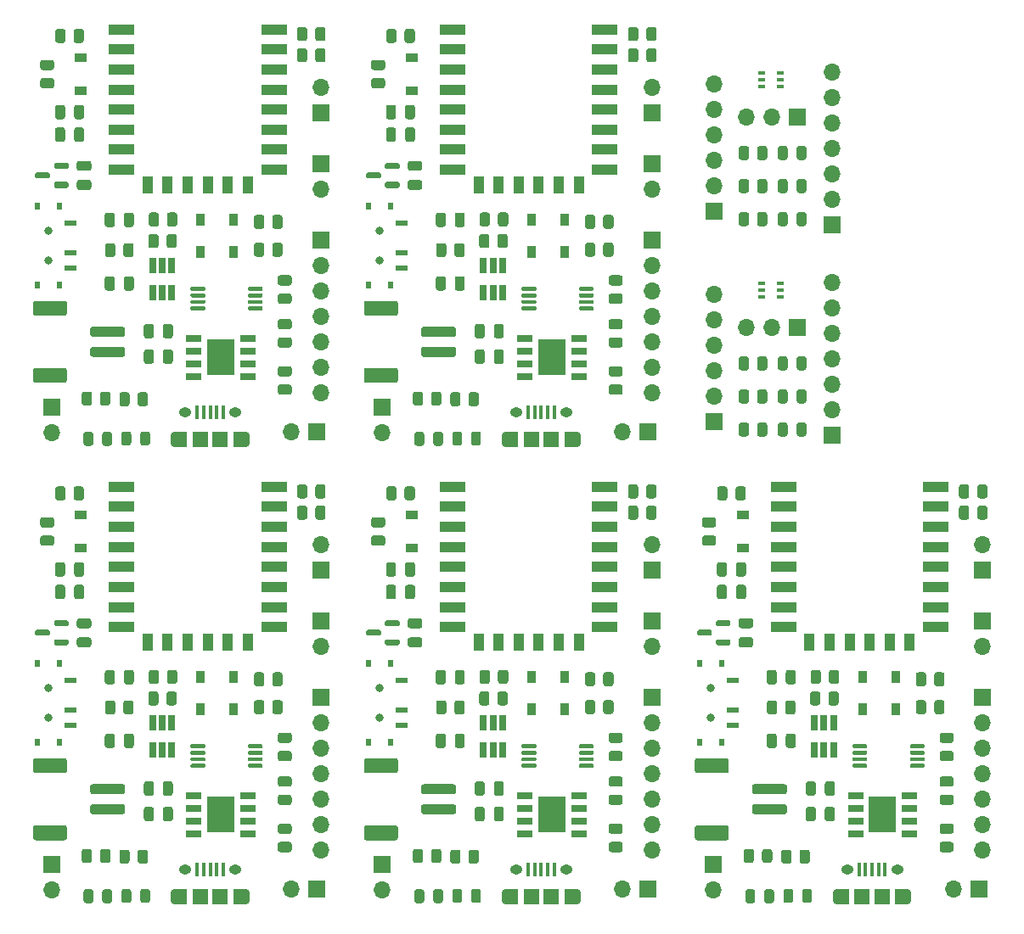
<source format=gts>
%MOIN*%
%OFA0B0*%
%FSLAX46Y46*%
%IPPOS*%
%LPD*%
%ADD10O,0.066929133858267723X0.066929133858267723*%
%ADD11R,0.066929133858267723X0.066929133858267723*%
%ADD12C,0.031496062992125991*%
%ADD13R,0.047244094488188976X0.023622047244094488*%
%ADD14R,0.023622047244094488X0.031496062992125991*%
%ADD15R,0.025590551181102365X0.061417322834645675*%
%ADD16R,0.059055118110236227X0.025590551181102365*%
%ADD17R,0.10629921259842522X0.14173228346456693*%
%ADD18R,0.0984251968503937X0.03937007874015748*%
%ADD19R,0.03937007874015748X0.070866141732283464*%
%ADD20R,0.015748031496062995X0.053149606299212608*%
%ADD21O,0.049212598425196853X0.037401574803149609*%
%ADD22R,0.059055118110236227X0.0610236220472441*%
%ADD23R,0.047244094488188976X0.0610236220472441*%
%ADD24O,0.03503937007874016X0.0610236220472441*%
%ADD25R,0.047244094488188976X0.035433070866141732*%
%ADD26R,0.035433070866141732X0.047244094488188976*%
%ADD37O,0.066929133858267723X0.066929133858267723*%
%ADD38R,0.066929133858267723X0.066929133858267723*%
%ADD39R,0.025590551181102365X0.015748031496062995*%
%ADD40O,0.066929133858267723X0.066929133858267723*%
%ADD41R,0.066929133858267723X0.066929133858267723*%
%ADD42C,0.031496062992125991*%
%ADD43R,0.047244094488188976X0.023622047244094488*%
%ADD44R,0.023622047244094488X0.031496062992125991*%
%ADD45R,0.025590551181102365X0.061417322834645675*%
%ADD46R,0.059055118110236227X0.025590551181102365*%
%ADD47R,0.10629921259842522X0.14173228346456693*%
%ADD48R,0.0984251968503937X0.03937007874015748*%
%ADD49R,0.03937007874015748X0.070866141732283464*%
%ADD50R,0.015748031496062995X0.053149606299212608*%
%ADD51O,0.049212598425196853X0.037401574803149609*%
%ADD52R,0.059055118110236227X0.0610236220472441*%
%ADD53R,0.047244094488188976X0.0610236220472441*%
%ADD54O,0.03503937007874016X0.0610236220472441*%
%ADD55R,0.047244094488188976X0.035433070866141732*%
%ADD56R,0.035433070866141732X0.047244094488188976*%
%ADD57O,0.066929133858267723X0.066929133858267723*%
%ADD58R,0.066929133858267723X0.066929133858267723*%
%ADD59C,0.031496062992125991*%
%ADD60R,0.047244094488188976X0.023622047244094488*%
%ADD61R,0.023622047244094488X0.031496062992125991*%
%ADD62R,0.025590551181102365X0.061417322834645675*%
%ADD63R,0.059055118110236227X0.025590551181102365*%
%ADD64R,0.10629921259842522X0.14173228346456693*%
%ADD65R,0.0984251968503937X0.03937007874015748*%
%ADD66R,0.03937007874015748X0.070866141732283464*%
%ADD67R,0.015748031496062995X0.053149606299212608*%
%ADD68O,0.049212598425196853X0.037401574803149609*%
%ADD69R,0.059055118110236227X0.0610236220472441*%
%ADD70R,0.047244094488188976X0.0610236220472441*%
%ADD71O,0.03503937007874016X0.0610236220472441*%
%ADD72R,0.047244094488188976X0.035433070866141732*%
%ADD73R,0.035433070866141732X0.047244094488188976*%
%ADD74O,0.066929133858267723X0.066929133858267723*%
%ADD75R,0.066929133858267723X0.066929133858267723*%
%ADD76C,0.031496062992125991*%
%ADD77R,0.047244094488188976X0.023622047244094488*%
%ADD78R,0.023622047244094488X0.031496062992125991*%
%ADD79R,0.025590551181102365X0.061417322834645675*%
%ADD80R,0.059055118110236227X0.025590551181102365*%
%ADD81R,0.10629921259842522X0.14173228346456693*%
%ADD82R,0.0984251968503937X0.03937007874015748*%
%ADD83R,0.03937007874015748X0.070866141732283464*%
%ADD84R,0.015748031496062995X0.053149606299212608*%
%ADD85O,0.049212598425196853X0.037401574803149609*%
%ADD86R,0.059055118110236227X0.0610236220472441*%
%ADD87R,0.047244094488188976X0.0610236220472441*%
%ADD88O,0.03503937007874016X0.0610236220472441*%
%ADD89R,0.047244094488188976X0.035433070866141732*%
%ADD90R,0.035433070866141732X0.047244094488188976*%
%ADD91O,0.066929133858267723X0.066929133858267723*%
%ADD92R,0.066929133858267723X0.066929133858267723*%
%ADD93R,0.025590551181102365X0.015748031496062995*%
%ADD94O,0.066929133858267723X0.066929133858267723*%
%ADD95R,0.066929133858267723X0.066929133858267723*%
%ADD96C,0.031496062992125991*%
%ADD97R,0.047244094488188976X0.023622047244094488*%
%ADD98R,0.023622047244094488X0.031496062992125991*%
%ADD99R,0.025590551181102365X0.061417322834645675*%
%ADD100R,0.059055118110236227X0.025590551181102365*%
%ADD101R,0.10629921259842522X0.14173228346456693*%
%ADD102R,0.0984251968503937X0.03937007874015748*%
%ADD103R,0.03937007874015748X0.070866141732283464*%
%ADD104R,0.015748031496062995X0.053149606299212608*%
%ADD105O,0.049212598425196853X0.037401574803149609*%
%ADD106R,0.059055118110236227X0.0610236220472441*%
%ADD107R,0.047244094488188976X0.0610236220472441*%
%ADD108O,0.03503937007874016X0.0610236220472441*%
%ADD109R,0.047244094488188976X0.035433070866141732*%
%ADD110R,0.035433070866141732X0.047244094488188976*%
G01*
D10*
X-0003930500Y0006002500D02*
X0001149500Y0000238000D03*
X0001149500Y0000338000D03*
X0001149500Y0000438000D03*
X0001149500Y0000537999D03*
X0001149500Y0000638000D03*
X0001149500Y0000738000D03*
D11*
X0001149500Y0000838000D03*
D12*
X0000081311Y0000876515D03*
D13*
X0000168318Y0000728877D03*
X0000168318Y0000787933D03*
X0000168318Y0000906043D03*
D14*
X0000125011Y0000971397D03*
X0000037610Y0000971397D03*
X0000125011Y0000663523D03*
X0000037610Y0000663523D03*
D12*
X0000081311Y0000758405D03*
G36*
G01*
X0000160051Y0001061555D02*
X0000160051Y0001049744D01*
G75*
G02*
X0000154145Y0001043838I-0000005905D01*
G01*
X0000107885Y0001043838D01*
G75*
G02*
X0000101980Y0001049744J0000005905D01*
G01*
X0000101980Y0001061555D01*
G75*
G02*
X0000107885Y0001067460I0000005905D01*
G01*
X0000154145Y0001067460D01*
G75*
G02*
X0000160051Y0001061555J-0000005905D01*
G01*
G37*
G36*
G01*
X0000160051Y0001136358D02*
X0000160051Y0001124547D01*
G75*
G02*
X0000154145Y0001118641I-0000005905D01*
G01*
X0000107885Y0001118641D01*
G75*
G02*
X0000101980Y0001124547J0000005905D01*
G01*
X0000101980Y0001136358D01*
G75*
G02*
X0000107885Y0001142263I0000005905D01*
G01*
X0000154145Y0001142263D01*
G75*
G02*
X0000160051Y0001136358J-0000005905D01*
G01*
G37*
G36*
G01*
X0000086232Y0001098956D02*
X0000086232Y0001087145D01*
G75*
G02*
X0000080326Y0001081240I-0000005905D01*
G01*
X0000034066Y0001081240D01*
G75*
G02*
X0000028161Y0001087145J0000005905D01*
G01*
X0000028161Y0001098956D01*
G75*
G02*
X0000034066Y0001104862I0000005905D01*
G01*
X0000080326Y0001104862D01*
G75*
G02*
X0000086232Y0001098956J-0000005905D01*
G01*
G37*
G36*
G01*
X0000638397Y0000643248D02*
X0000638397Y0000651122D01*
G75*
G02*
X0000642334Y0000655059I0000003937D01*
G01*
X0000692531Y0000655059D01*
G75*
G02*
X0000696468Y0000651122J-0000003937D01*
G01*
X0000696468Y0000643248D01*
G75*
G02*
X0000692531Y0000639311I-0000003937D01*
G01*
X0000642334Y0000639311D01*
G75*
G02*
X0000638397Y0000643248J0000003937D01*
G01*
G37*
G36*
G01*
X0000638397Y0000617657D02*
X0000638397Y0000625531D01*
G75*
G02*
X0000642334Y0000629468I0000003937D01*
G01*
X0000692531Y0000629468D01*
G75*
G02*
X0000696468Y0000625531J-0000003937D01*
G01*
X0000696468Y0000617657D01*
G75*
G02*
X0000692531Y0000613720I-0000003937D01*
G01*
X0000642334Y0000613720D01*
G75*
G02*
X0000638397Y0000617657J0000003937D01*
G01*
G37*
G36*
G01*
X0000638397Y0000592066D02*
X0000638397Y0000599940D01*
G75*
G02*
X0000642334Y0000603877I0000003937D01*
G01*
X0000692531Y0000603877D01*
G75*
G02*
X0000696468Y0000599940J-0000003937D01*
G01*
X0000696468Y0000592066D01*
G75*
G02*
X0000692531Y0000588129I-0000003937D01*
G01*
X0000642334Y0000588129D01*
G75*
G02*
X0000638397Y0000592066J0000003937D01*
G01*
G37*
G36*
G01*
X0000638397Y0000566476D02*
X0000638397Y0000574350D01*
G75*
G02*
X0000642334Y0000578287I0000003937D01*
G01*
X0000692531Y0000578287D01*
G75*
G02*
X0000696468Y0000574350J-0000003937D01*
G01*
X0000696468Y0000566476D01*
G75*
G02*
X0000692531Y0000562539I-0000003937D01*
G01*
X0000642334Y0000562539D01*
G75*
G02*
X0000638397Y0000566476J0000003937D01*
G01*
G37*
G36*
G01*
X0000863791Y0000566476D02*
X0000863791Y0000574350D01*
G75*
G02*
X0000867728Y0000578287I0000003937D01*
G01*
X0000917925Y0000578287D01*
G75*
G02*
X0000921862Y0000574350J-0000003937D01*
G01*
X0000921862Y0000566476D01*
G75*
G02*
X0000917925Y0000562539I-0000003937D01*
G01*
X0000867728Y0000562539D01*
G75*
G02*
X0000863791Y0000566476J0000003937D01*
G01*
G37*
G36*
G01*
X0000863791Y0000592066D02*
X0000863791Y0000599940D01*
G75*
G02*
X0000867728Y0000603877I0000003937D01*
G01*
X0000917925Y0000603877D01*
G75*
G02*
X0000921862Y0000599940J-0000003937D01*
G01*
X0000921862Y0000592066D01*
G75*
G02*
X0000917925Y0000588129I-0000003937D01*
G01*
X0000867728Y0000588129D01*
G75*
G02*
X0000863791Y0000592066J0000003937D01*
G01*
G37*
G36*
G01*
X0000863791Y0000617657D02*
X0000863791Y0000625531D01*
G75*
G02*
X0000867728Y0000629468I0000003937D01*
G01*
X0000917925Y0000629468D01*
G75*
G02*
X0000921862Y0000625531J-0000003937D01*
G01*
X0000921862Y0000617657D01*
G75*
G02*
X0000917925Y0000613720I-0000003937D01*
G01*
X0000867728Y0000613720D01*
G75*
G02*
X0000863791Y0000617657J0000003937D01*
G01*
G37*
G36*
G01*
X0000863791Y0000643248D02*
X0000863791Y0000651122D01*
G75*
G02*
X0000867728Y0000655059I0000003937D01*
G01*
X0000917925Y0000655059D01*
G75*
G02*
X0000921862Y0000651122J-0000003937D01*
G01*
X0000921862Y0000643248D01*
G75*
G02*
X0000917925Y0000639311I-0000003937D01*
G01*
X0000867728Y0000639311D01*
G75*
G02*
X0000863791Y0000643248J0000003937D01*
G01*
G37*
D15*
X0000488791Y0000632421D03*
X0000526192Y0000632421D03*
X0000563594Y0000632421D03*
X0000563594Y0000738720D03*
X0000488791Y0000738720D03*
X0000526192Y0000738720D03*
D16*
X0000862807Y0000303484D03*
X0000862807Y0000353484D03*
X0000862807Y0000403484D03*
X0000862807Y0000453484D03*
X0000650208Y0000453484D03*
X0000650208Y0000403484D03*
X0000650208Y0000353484D03*
X0000650208Y0000303484D03*
D17*
X0000756507Y0000378484D03*
D18*
X0000367137Y0001666673D03*
X0000367137Y0001587933D03*
X0000367137Y0001509192D03*
X0000367137Y0001430452D03*
X0000367137Y0001351712D03*
X0000367137Y0001272972D03*
X0000367137Y0001194232D03*
X0000367137Y0001115492D03*
D19*
X0000469500Y0001056437D03*
X0000548240Y0001056437D03*
X0000626980Y0001056437D03*
X0000705720Y0001056437D03*
X0000784460Y0001056437D03*
X0000863200Y0001056437D03*
D18*
X0000965562Y0001115492D03*
X0000965562Y0001194232D03*
X0000965562Y0001272972D03*
X0000965562Y0001351712D03*
X0000965562Y0001430452D03*
X0000965562Y0001509192D03*
X0000965562Y0001587933D03*
X0000965562Y0001666673D03*
G36*
G01*
X0001025799Y0000302893D02*
X0000990366Y0000302893D01*
G75*
G02*
X0000980523Y0000312736J0000009842D01*
G01*
X0000980523Y0000333405D01*
G75*
G02*
X0000990366Y0000343248I0000009842D01*
G01*
X0001025799Y0000343248D01*
G75*
G02*
X0001035641Y0000333405J-0000009842D01*
G01*
X0001035641Y0000312736D01*
G75*
G02*
X0001025799Y0000302893I-0000009842D01*
G01*
G37*
G36*
G01*
X0001025799Y0000231043D02*
X0000990366Y0000231043D01*
G75*
G02*
X0000980523Y0000240885J0000009842D01*
G01*
X0000980523Y0000261555D01*
G75*
G02*
X0000990366Y0000271397I0000009842D01*
G01*
X0001025799Y0000271397D01*
G75*
G02*
X0001035641Y0000261555J-0000009842D01*
G01*
X0001035641Y0000240885D01*
G75*
G02*
X0001025799Y0000231043I-0000009842D01*
G01*
G37*
G36*
G01*
X0000586232Y0000937539D02*
X0000586232Y0000902106D01*
G75*
G02*
X0000576389Y0000892263I-0000009842D01*
G01*
X0000555720Y0000892263D01*
G75*
G02*
X0000545877Y0000902106J0000009842D01*
G01*
X0000545877Y0000937539D01*
G75*
G02*
X0000555720Y0000947381I0000009842D01*
G01*
X0000576389Y0000947381D01*
G75*
G02*
X0000586232Y0000937539J-0000009842D01*
G01*
G37*
G36*
G01*
X0000514381Y0000937539D02*
X0000514381Y0000902106D01*
G75*
G02*
X0000504539Y0000892263I-0000009842D01*
G01*
X0000483870Y0000892263D01*
G75*
G02*
X0000474027Y0000902106J0000009842D01*
G01*
X0000474027Y0000937539D01*
G75*
G02*
X0000483870Y0000947381I0000009842D01*
G01*
X0000504539Y0000947381D01*
G75*
G02*
X0000514381Y0000937539J-0000009842D01*
G01*
G37*
G36*
G01*
X0000472059Y0000817460D02*
X0000472059Y0000852893D01*
G75*
G02*
X0000481901Y0000862736I0000009842D01*
G01*
X0000502570Y0000862736D01*
G75*
G02*
X0000512413Y0000852893J-0000009842D01*
G01*
X0000512413Y0000817460D01*
G75*
G02*
X0000502570Y0000807618I-0000009842D01*
G01*
X0000481901Y0000807618D01*
G75*
G02*
X0000472059Y0000817460J0000009842D01*
G01*
G37*
G36*
G01*
X0000543909Y0000817460D02*
X0000543909Y0000852893D01*
G75*
G02*
X0000553751Y0000862736I0000009842D01*
G01*
X0000574421Y0000862736D01*
G75*
G02*
X0000584263Y0000852893J-0000009842D01*
G01*
X0000584263Y0000817460D01*
G75*
G02*
X0000574421Y0000807618I-0000009842D01*
G01*
X0000553751Y0000807618D01*
G75*
G02*
X0000543909Y0000817460J0000009842D01*
G01*
G37*
G36*
G01*
X0000302767Y0000782027D02*
X0000302767Y0000817460D01*
G75*
G02*
X0000312610Y0000827303I0000009842D01*
G01*
X0000333279Y0000827303D01*
G75*
G02*
X0000343122Y0000817460J-0000009842D01*
G01*
X0000343122Y0000782027D01*
G75*
G02*
X0000333279Y0000772185I-0000009842D01*
G01*
X0000312610Y0000772185D01*
G75*
G02*
X0000302767Y0000782027J0000009842D01*
G01*
G37*
G36*
G01*
X0000374618Y0000782027D02*
X0000374618Y0000817460D01*
G75*
G02*
X0000384460Y0000827303I0000009842D01*
G01*
X0000405129Y0000827303D01*
G75*
G02*
X0000414972Y0000817460J-0000009842D01*
G01*
X0000414972Y0000782027D01*
G75*
G02*
X0000405129Y0000772185I-0000009842D01*
G01*
X0000384460Y0000772185D01*
G75*
G02*
X0000374618Y0000782027J0000009842D01*
G01*
G37*
G36*
G01*
X0000990366Y0000456830D02*
X0001025799Y0000456830D01*
G75*
G02*
X0001035641Y0000446988J-0000009842D01*
G01*
X0001035641Y0000426318D01*
G75*
G02*
X0001025799Y0000416476I-0000009842D01*
G01*
X0000990366Y0000416476D01*
G75*
G02*
X0000980523Y0000426318J0000009842D01*
G01*
X0000980523Y0000446988D01*
G75*
G02*
X0000990366Y0000456830I0000009842D01*
G01*
G37*
G36*
G01*
X0000990366Y0000528681D02*
X0001025799Y0000528681D01*
G75*
G02*
X0001035641Y0000518838J-0000009842D01*
G01*
X0001035641Y0000498169D01*
G75*
G02*
X0001025799Y0000488326I-0000009842D01*
G01*
X0000990366Y0000488326D01*
G75*
G02*
X0000980523Y0000498169J0000009842D01*
G01*
X0000980523Y0000518838D01*
G75*
G02*
X0000990366Y0000528681I0000009842D01*
G01*
G37*
G36*
G01*
X0000283279Y0000198562D02*
X0000283279Y0000233996D01*
G75*
G02*
X0000293121Y0000243838I0000009842D01*
G01*
X0000313791Y0000243838D01*
G75*
G02*
X0000323633Y0000233996J-0000009842D01*
G01*
X0000323633Y0000198562D01*
G75*
G02*
X0000313791Y0000188720I-0000009842D01*
G01*
X0000293121Y0000188720D01*
G75*
G02*
X0000283279Y0000198562J0000009842D01*
G01*
G37*
G36*
G01*
X0000211429Y0000198562D02*
X0000211429Y0000233996D01*
G75*
G02*
X0000221271Y0000243838I0000009842D01*
G01*
X0000241941Y0000243838D01*
G75*
G02*
X0000251783Y0000233996J-0000009842D01*
G01*
X0000251783Y0000198562D01*
G75*
G02*
X0000241941Y0000188720I-0000009842D01*
G01*
X0000221271Y0000188720D01*
G75*
G02*
X0000211429Y0000198562J0000009842D01*
G01*
G37*
G36*
G01*
X0000470877Y0000231240D02*
X0000470877Y0000195807D01*
G75*
G02*
X0000461035Y0000185964I-0000009842D01*
G01*
X0000440366Y0000185964D01*
G75*
G02*
X0000430523Y0000195807J0000009842D01*
G01*
X0000430523Y0000231240D01*
G75*
G02*
X0000440366Y0000241082I0000009842D01*
G01*
X0000461035Y0000241082D01*
G75*
G02*
X0000470877Y0000231240J-0000009842D01*
G01*
G37*
G36*
G01*
X0000399027Y0000231240D02*
X0000399027Y0000195807D01*
G75*
G02*
X0000389185Y0000185964I-0000009842D01*
G01*
X0000368515Y0000185964D01*
G75*
G02*
X0000358673Y0000195807J0000009842D01*
G01*
X0000358673Y0000231240D01*
G75*
G02*
X0000368515Y0000241082I0000009842D01*
G01*
X0000389185Y0000241082D01*
G75*
G02*
X0000399027Y0000231240J-0000009842D01*
G01*
G37*
G36*
G01*
X0000887413Y0000892657D02*
X0000887413Y0000928090D01*
G75*
G02*
X0000897255Y0000937933I0000009842D01*
G01*
X0000917925Y0000937933D01*
G75*
G02*
X0000927767Y0000928090J-0000009842D01*
G01*
X0000927767Y0000892657D01*
G75*
G02*
X0000917925Y0000882814I-0000009842D01*
G01*
X0000897255Y0000882814D01*
G75*
G02*
X0000887413Y0000892657J0000009842D01*
G01*
G37*
G36*
G01*
X0000959263Y0000892657D02*
X0000959263Y0000928090D01*
G75*
G02*
X0000969106Y0000937933I0000009842D01*
G01*
X0000989775Y0000937933D01*
G75*
G02*
X0000999618Y0000928090J-0000009842D01*
G01*
X0000999618Y0000892657D01*
G75*
G02*
X0000989775Y0000882814I-0000009842D01*
G01*
X0000969106Y0000882814D01*
G75*
G02*
X0000959263Y0000892657J0000009842D01*
G01*
G37*
G36*
G01*
X0000887413Y0000783405D02*
X0000887413Y0000818838D01*
G75*
G02*
X0000897255Y0000828681I0000009842D01*
G01*
X0000917925Y0000828681D01*
G75*
G02*
X0000927767Y0000818838J-0000009842D01*
G01*
X0000927767Y0000783405D01*
G75*
G02*
X0000917925Y0000773562I-0000009842D01*
G01*
X0000897255Y0000773562D01*
G75*
G02*
X0000887413Y0000783405J0000009842D01*
G01*
G37*
G36*
G01*
X0000959263Y0000783405D02*
X0000959263Y0000818838D01*
G75*
G02*
X0000969106Y0000828681I0000009842D01*
G01*
X0000989775Y0000828681D01*
G75*
G02*
X0000999618Y0000818838J-0000009842D01*
G01*
X0000999618Y0000783405D01*
G75*
G02*
X0000989775Y0000773562I-0000009842D01*
G01*
X0000969106Y0000773562D01*
G75*
G02*
X0000959263Y0000783405J0000009842D01*
G01*
G37*
G36*
G01*
X0000057688Y0001547185D02*
X0000093122Y0001547185D01*
G75*
G02*
X0000102964Y0001537342J-0000009842D01*
G01*
X0000102964Y0001516673D01*
G75*
G02*
X0000093122Y0001506830I-0000009842D01*
G01*
X0000057688Y0001506830D01*
G75*
G02*
X0000047846Y0001516673J0000009842D01*
G01*
X0000047846Y0001537342D01*
G75*
G02*
X0000057688Y0001547185I0000009842D01*
G01*
G37*
G36*
G01*
X0000057688Y0001475334D02*
X0000093122Y0001475334D01*
G75*
G02*
X0000102964Y0001465492J-0000009842D01*
G01*
X0000102964Y0001444822D01*
G75*
G02*
X0000093122Y0001434980I-0000009842D01*
G01*
X0000057688Y0001434980D01*
G75*
G02*
X0000047846Y0001444822J0000009842D01*
G01*
X0000047846Y0001465492D01*
G75*
G02*
X0000057688Y0001475334I0000009842D01*
G01*
G37*
G36*
G01*
X0001128082Y0001630846D02*
X0001128082Y0001666279D01*
G75*
G02*
X0001137925Y0001676122I0000009842D01*
G01*
X0001158594Y0001676122D01*
G75*
G02*
X0001168437Y0001666279J-0000009842D01*
G01*
X0001168437Y0001630846D01*
G75*
G02*
X0001158594Y0001621003I-0000009842D01*
G01*
X0001137925Y0001621003D01*
G75*
G02*
X0001128082Y0001630846J0000009842D01*
G01*
G37*
G36*
G01*
X0001056232Y0001630846D02*
X0001056232Y0001666279D01*
G75*
G02*
X0001066074Y0001676122I0000009842D01*
G01*
X0001086744Y0001676122D01*
G75*
G02*
X0001096586Y0001666279J-0000009842D01*
G01*
X0001096586Y0001630846D01*
G75*
G02*
X0001086744Y0001621003I-0000009842D01*
G01*
X0001066074Y0001621003D01*
G75*
G02*
X0001056232Y0001630846J0000009842D01*
G01*
G37*
G36*
G01*
X0000990366Y0000628877D02*
X0001025799Y0000628877D01*
G75*
G02*
X0001035641Y0000619035J-0000009842D01*
G01*
X0001035641Y0000598366D01*
G75*
G02*
X0001025799Y0000588523I-0000009842D01*
G01*
X0000990366Y0000588523D01*
G75*
G02*
X0000980523Y0000598366J0000009842D01*
G01*
X0000980523Y0000619035D01*
G75*
G02*
X0000990366Y0000628877I0000009842D01*
G01*
G37*
G36*
G01*
X0000990366Y0000700728D02*
X0001025799Y0000700728D01*
G75*
G02*
X0001035641Y0000690885J-0000009842D01*
G01*
X0001035641Y0000670216D01*
G75*
G02*
X0001025799Y0000660374I-0000009842D01*
G01*
X0000990366Y0000660374D01*
G75*
G02*
X0000980523Y0000670216J0000009842D01*
G01*
X0000980523Y0000690885D01*
G75*
G02*
X0000990366Y0000700728I0000009842D01*
G01*
G37*
G36*
G01*
X0001128082Y0001547381D02*
X0001128082Y0001582815D01*
G75*
G02*
X0001137925Y0001592657I0000009842D01*
G01*
X0001158594Y0001592657D01*
G75*
G02*
X0001168437Y0001582815J-0000009842D01*
G01*
X0001168437Y0001547381D01*
G75*
G02*
X0001158594Y0001537539I-0000009842D01*
G01*
X0001137925Y0001537539D01*
G75*
G02*
X0001128082Y0001547381J0000009842D01*
G01*
G37*
G36*
G01*
X0001056232Y0001547381D02*
X0001056232Y0001582815D01*
G75*
G02*
X0001066074Y0001592657I0000009842D01*
G01*
X0001086744Y0001592657D01*
G75*
G02*
X0001096586Y0001582815J-0000009842D01*
G01*
X0001096586Y0001547381D01*
G75*
G02*
X0001086744Y0001537539I-0000009842D01*
G01*
X0001066074Y0001537539D01*
G75*
G02*
X0001056232Y0001547381J0000009842D01*
G01*
G37*
G36*
G01*
X0000107295Y0001623366D02*
X0000107295Y0001658799D01*
G75*
G02*
X0000117137Y0001668641I0000009842D01*
G01*
X0000137807Y0001668641D01*
G75*
G02*
X0000147649Y0001658799J-0000009842D01*
G01*
X0000147649Y0001623366D01*
G75*
G02*
X0000137807Y0001613523I-0000009842D01*
G01*
X0000117137Y0001613523D01*
G75*
G02*
X0000107295Y0001623366J0000009842D01*
G01*
G37*
G36*
G01*
X0000179145Y0001623366D02*
X0000179145Y0001658799D01*
G75*
G02*
X0000188988Y0001668641I0000009842D01*
G01*
X0000209657Y0001668641D01*
G75*
G02*
X0000219499Y0001658799J-0000009842D01*
G01*
X0000219499Y0001623366D01*
G75*
G02*
X0000209657Y0001613523I-0000009842D01*
G01*
X0000188988Y0001613523D01*
G75*
G02*
X0000179145Y0001623366J0000009842D01*
G01*
G37*
D11*
X0000092334Y0000182814D03*
D10*
X0000092334Y0000082814D03*
G36*
G01*
X0000253751Y0000498169D02*
X0000371862Y0000498169D01*
G75*
G02*
X0000381704Y0000488326J-0000009842D01*
G01*
X0000381704Y0000468641D01*
G75*
G02*
X0000371862Y0000458799I-0000009842D01*
G01*
X0000253751Y0000458799D01*
G75*
G02*
X0000243909Y0000468641J0000009842D01*
G01*
X0000243909Y0000488326D01*
G75*
G02*
X0000253751Y0000498169I0000009842D01*
G01*
G37*
G36*
G01*
X0000253751Y0000419429D02*
X0000371862Y0000419429D01*
G75*
G02*
X0000381704Y0000409586J-0000009842D01*
G01*
X0000381704Y0000389901D01*
G75*
G02*
X0000371862Y0000380059I-0000009842D01*
G01*
X0000253751Y0000380059D01*
G75*
G02*
X0000243909Y0000389901J0000009842D01*
G01*
X0000243909Y0000409586D01*
G75*
G02*
X0000253751Y0000419429I0000009842D01*
G01*
G37*
G36*
G01*
X0000029342Y0000600531D02*
X0000143515Y0000600531D01*
G75*
G02*
X0000153358Y0000590688J-0000009842D01*
G01*
X0000153358Y0000551318D01*
G75*
G02*
X0000143515Y0000541476I-0000009842D01*
G01*
X0000029342Y0000541476D01*
G75*
G02*
X0000019500Y0000551318J0000009842D01*
G01*
X0000019500Y0000590688D01*
G75*
G02*
X0000029342Y0000600531I0000009842D01*
G01*
G37*
G36*
G01*
X0000029342Y0000336751D02*
X0000143515Y0000336751D01*
G75*
G02*
X0000153358Y0000326909J-0000009842D01*
G01*
X0000153358Y0000287539D01*
G75*
G02*
X0000143515Y0000277696I-0000009842D01*
G01*
X0000029342Y0000277696D01*
G75*
G02*
X0000019500Y0000287539J0000009842D01*
G01*
X0000019500Y0000326909D01*
G75*
G02*
X0000029342Y0000336751I0000009842D01*
G01*
G37*
D20*
X0000664381Y0000163129D03*
X0000689972Y0000163129D03*
X0000715562Y0000163129D03*
X0000741153Y0000163129D03*
X0000766744Y0000163129D03*
D21*
X0000617137Y0000163129D03*
X0000813988Y0000163129D03*
D22*
X0000676192Y0000056830D03*
X0000754933Y0000056830D03*
D23*
X0000601389Y0000056830D03*
X0000829736Y0000056830D03*
D24*
X0000577767Y0000056830D03*
X0000853358Y0000056830D03*
D10*
X0001034854Y0000086751D03*
D11*
X0001134854Y0000086751D03*
D10*
X0001149421Y0001440295D03*
D11*
X0001149421Y0001340295D03*
D10*
X0001149421Y0001039507D03*
D11*
X0001149421Y0001139507D03*
G36*
G01*
X0000291862Y0000040049D02*
X0000291862Y0000075974D01*
G75*
G02*
X0000301458Y0000085570I0000009596D01*
G01*
X0000320651Y0000085570D01*
G75*
G02*
X0000330248Y0000075974J-0000009596D01*
G01*
X0000330248Y0000040049D01*
G75*
G02*
X0000320651Y0000030452I-0000009596D01*
G01*
X0000301458Y0000030452D01*
G75*
G02*
X0000291862Y0000040049J0000009596D01*
G01*
G37*
G36*
G01*
X0000218043Y0000040049D02*
X0000218043Y0000075974D01*
G75*
G02*
X0000227639Y0000085570I0000009596D01*
G01*
X0000246832Y0000085570D01*
G75*
G02*
X0000256429Y0000075974J-0000009596D01*
G01*
X0000256429Y0000040049D01*
G75*
G02*
X0000246832Y0000030452I-0000009596D01*
G01*
X0000227639Y0000030452D01*
G75*
G02*
X0000218043Y0000040049J0000009596D01*
G01*
G37*
G36*
G01*
X0000366940Y0000041230D02*
X0000366940Y0000077155D01*
G75*
G02*
X0000376537Y0000086751I0000009596D01*
G01*
X0000395730Y0000086751D01*
G75*
G02*
X0000405326Y0000077155J-0000009596D01*
G01*
X0000405326Y0000041230D01*
G75*
G02*
X0000395730Y0000031633I-0000009596D01*
G01*
X0000376537Y0000031633D01*
G75*
G02*
X0000366940Y0000041230J0000009596D01*
G01*
G37*
G36*
G01*
X0000440759Y0000041230D02*
X0000440759Y0000077155D01*
G75*
G02*
X0000450356Y0000086751I0000009596D01*
G01*
X0000469549Y0000086751D01*
G75*
G02*
X0000479145Y0000077155J-0000009596D01*
G01*
X0000479145Y0000041230D01*
G75*
G02*
X0000469549Y0000031633I-0000009596D01*
G01*
X0000450356Y0000031633D01*
G75*
G02*
X0000440759Y0000041230J0000009596D01*
G01*
G37*
D25*
X0000207885Y0001555649D03*
X0000207885Y0001425728D03*
D26*
X0000676980Y0000793248D03*
X0000806901Y0000793248D03*
X0000676980Y0000918248D03*
X0000806901Y0000918248D03*
G36*
G01*
X0000201389Y0001150137D02*
X0000238791Y0001150137D01*
G75*
G02*
X0000248633Y0001140295J-0000009842D01*
G01*
X0000248633Y0001120610D01*
G75*
G02*
X0000238791Y0001110767I-0000009842D01*
G01*
X0000201389Y0001110767D01*
G75*
G02*
X0000191547Y0001120610J0000009842D01*
G01*
X0000191547Y0001140295D01*
G75*
G02*
X0000201389Y0001150137I0000009842D01*
G01*
G37*
G36*
G01*
X0000201389Y0001075334D02*
X0000238791Y0001075334D01*
G75*
G02*
X0000248633Y0001065492J-0000009842D01*
G01*
X0000248633Y0001045807D01*
G75*
G02*
X0000238791Y0001035964I-0000009842D01*
G01*
X0000201389Y0001035964D01*
G75*
G02*
X0000191547Y0001045807J0000009842D01*
G01*
X0000191547Y0001065492D01*
G75*
G02*
X0000201389Y0001075334I0000009842D01*
G01*
G37*
G36*
G01*
X0000301783Y0000899940D02*
X0000301783Y0000937342D01*
G75*
G02*
X0000311625Y0000947185I0000009842D01*
G01*
X0000331311Y0000947185D01*
G75*
G02*
X0000341153Y0000937342J-0000009842D01*
G01*
X0000341153Y0000899940D01*
G75*
G02*
X0000331311Y0000890098I-0000009842D01*
G01*
X0000311625Y0000890098D01*
G75*
G02*
X0000301783Y0000899940J0000009842D01*
G01*
G37*
G36*
G01*
X0000376586Y0000899940D02*
X0000376586Y0000937342D01*
G75*
G02*
X0000386429Y0000947185I0000009842D01*
G01*
X0000406114Y0000947185D01*
G75*
G02*
X0000415956Y0000937342J-0000009842D01*
G01*
X0000415956Y0000899940D01*
G75*
G02*
X0000406114Y0000890098I-0000009842D01*
G01*
X0000386429Y0000890098D01*
G75*
G02*
X0000376586Y0000899940J0000009842D01*
G01*
G37*
G36*
G01*
X0000415956Y0000687342D02*
X0000415956Y0000649940D01*
G75*
G02*
X0000406114Y0000640098I-0000009842D01*
G01*
X0000386429Y0000640098D01*
G75*
G02*
X0000376586Y0000649940J0000009842D01*
G01*
X0000376586Y0000687342D01*
G75*
G02*
X0000386429Y0000697185I0000009842D01*
G01*
X0000406114Y0000697185D01*
G75*
G02*
X0000415956Y0000687342J-0000009842D01*
G01*
G37*
G36*
G01*
X0000341153Y0000687342D02*
X0000341153Y0000649940D01*
G75*
G02*
X0000331311Y0000640098I-0000009842D01*
G01*
X0000311625Y0000640098D01*
G75*
G02*
X0000301783Y0000649940J0000009842D01*
G01*
X0000301783Y0000687342D01*
G75*
G02*
X0000311625Y0000697185I0000009842D01*
G01*
X0000331311Y0000697185D01*
G75*
G02*
X0000341153Y0000687342J-0000009842D01*
G01*
G37*
G36*
G01*
X0000454933Y0000462539D02*
X0000454933Y0000499940D01*
G75*
G02*
X0000464775Y0000509783I0000009842D01*
G01*
X0000484460Y0000509783D01*
G75*
G02*
X0000494303Y0000499940J-0000009842D01*
G01*
X0000494303Y0000462539D01*
G75*
G02*
X0000484460Y0000452696I-0000009842D01*
G01*
X0000464775Y0000452696D01*
G75*
G02*
X0000454933Y0000462539J0000009842D01*
G01*
G37*
G36*
G01*
X0000529736Y0000462539D02*
X0000529736Y0000499940D01*
G75*
G02*
X0000539578Y0000509783I0000009842D01*
G01*
X0000559263Y0000509783D01*
G75*
G02*
X0000569106Y0000499940J-0000009842D01*
G01*
X0000569106Y0000462539D01*
G75*
G02*
X0000559263Y0000452696I-0000009842D01*
G01*
X0000539578Y0000452696D01*
G75*
G02*
X0000529736Y0000462539J0000009842D01*
G01*
G37*
G36*
G01*
X0000454933Y0000362145D02*
X0000454933Y0000399547D01*
G75*
G02*
X0000464775Y0000409389I0000009842D01*
G01*
X0000484460Y0000409389D01*
G75*
G02*
X0000494303Y0000399547J-0000009842D01*
G01*
X0000494303Y0000362145D01*
G75*
G02*
X0000484460Y0000352303I-0000009842D01*
G01*
X0000464775Y0000352303D01*
G75*
G02*
X0000454933Y0000362145J0000009842D01*
G01*
G37*
G36*
G01*
X0000529736Y0000362145D02*
X0000529736Y0000399547D01*
G75*
G02*
X0000539578Y0000409389I0000009842D01*
G01*
X0000559263Y0000409389D01*
G75*
G02*
X0000569106Y0000399547J-0000009842D01*
G01*
X0000569106Y0000362145D01*
G75*
G02*
X0000559263Y0000352303I-0000009842D01*
G01*
X0000539578Y0000352303D01*
G75*
G02*
X0000529736Y0000362145J0000009842D01*
G01*
G37*
G36*
G01*
X0000220484Y0001271988D02*
X0000220484Y0001234586D01*
G75*
G02*
X0000210641Y0001224744I-0000009842D01*
G01*
X0000190956Y0001224744D01*
G75*
G02*
X0000181114Y0001234586J0000009842D01*
G01*
X0000181114Y0001271988D01*
G75*
G02*
X0000190956Y0001281830I0000009842D01*
G01*
X0000210641Y0001281830D01*
G75*
G02*
X0000220484Y0001271988J-0000009842D01*
G01*
G37*
G36*
G01*
X0000145681Y0001271988D02*
X0000145681Y0001234586D01*
G75*
G02*
X0000135838Y0001224744I-0000009842D01*
G01*
X0000116153Y0001224744D01*
G75*
G02*
X0000106310Y0001234586J0000009842D01*
G01*
X0000106310Y0001271988D01*
G75*
G02*
X0000116153Y0001281830I0000009842D01*
G01*
X0000135838Y0001281830D01*
G75*
G02*
X0000145681Y0001271988J-0000009842D01*
G01*
G37*
G36*
G01*
X0000220484Y0001360767D02*
X0000220484Y0001323366D01*
G75*
G02*
X0000210641Y0001313523I-0000009842D01*
G01*
X0000190956Y0001313523D01*
G75*
G02*
X0000181114Y0001323366J0000009842D01*
G01*
X0000181114Y0001360767D01*
G75*
G02*
X0000190956Y0001370610I0000009842D01*
G01*
X0000210641Y0001370610D01*
G75*
G02*
X0000220484Y0001360767J-0000009842D01*
G01*
G37*
G36*
G01*
X0000145681Y0001360767D02*
X0000145681Y0001323366D01*
G75*
G02*
X0000135838Y0001313523I-0000009842D01*
G01*
X0000116153Y0001313523D01*
G75*
G02*
X0000106310Y0001323366J0000009842D01*
G01*
X0000106310Y0001360767D01*
G75*
G02*
X0000116153Y0001370610I0000009842D01*
G01*
X0000135838Y0001370610D01*
G75*
G02*
X0000145681Y0001360767J-0000009842D01*
G01*
G37*
G04 next file*
G04 #@! TF.GenerationSoftware,KiCad,Pcbnew,(5.1.9)-1*
G04 #@! TF.CreationDate,2021-07-08T10:46:36+02:00*
G04 #@! TF.ProjectId,ttl_to_usb_adapter,74746c5f-746f-45f7-9573-625f61646170,v0.0*
G04 #@! TF.SameCoordinates,Original*
G04 #@! TF.FileFunction,Soldermask,Top*
G04 #@! TF.FilePolarity,Negative*
G04 Gerber Fmt 4.6, Leading zero omitted, Abs format (unit mm)*
G04 Created by KiCad (PCBNEW (5.1.9)-1) date 2021-07-08 10:46:36*
G01*
G04 APERTURE LIST*
G04 APERTURE END LIST*
D37*
X-0003464511Y0005931098D02*
X0003157535Y0002468106D03*
X0003157535Y0002368106D03*
X0003157535Y0002268106D03*
X0003157535Y0002168106D03*
X0003157535Y0002068106D03*
X0003157535Y0001968106D03*
D38*
X0003157535Y0001868106D03*
G36*
G01*
X0002790409Y0001874011D02*
X0002790409Y0001909444D01*
G75*
G02*
X0002800251Y0001919287I0000009842D01*
G01*
X0002820921Y0001919287D01*
G75*
G02*
X0002830763Y0001909444J-0000009842D01*
G01*
X0002830763Y0001874011D01*
G75*
G02*
X0002820921Y0001864169I-0000009842D01*
G01*
X0002800251Y0001864169D01*
G75*
G02*
X0002790409Y0001874011J0000009842D01*
G01*
G37*
G36*
G01*
X0002862259Y0001874011D02*
X0002862259Y0001909444D01*
G75*
G02*
X0002872102Y0001919287I0000009842D01*
G01*
X0002892771Y0001919287D01*
G75*
G02*
X0002902614Y0001909444J-0000009842D01*
G01*
X0002902614Y0001874011D01*
G75*
G02*
X0002892771Y0001864169I-0000009842D01*
G01*
X0002872102Y0001864169D01*
G75*
G02*
X0002862259Y0001874011J0000009842D01*
G01*
G37*
G36*
G01*
X0002790409Y0002003933D02*
X0002790409Y0002039366D01*
G75*
G02*
X0002800251Y0002049208I0000009842D01*
G01*
X0002820921Y0002049208D01*
G75*
G02*
X0002830763Y0002039366J-0000009842D01*
G01*
X0002830763Y0002003933D01*
G75*
G02*
X0002820921Y0001994090I-0000009842D01*
G01*
X0002800251Y0001994090D01*
G75*
G02*
X0002790409Y0002003933J0000009842D01*
G01*
G37*
G36*
G01*
X0002862259Y0002003933D02*
X0002862259Y0002039366D01*
G75*
G02*
X0002872102Y0002049208I0000009842D01*
G01*
X0002892771Y0002049208D01*
G75*
G02*
X0002902614Y0002039366J-0000009842D01*
G01*
X0002902614Y0002003933D01*
G75*
G02*
X0002892771Y0001994090I-0000009842D01*
G01*
X0002872102Y0001994090D01*
G75*
G02*
X0002862259Y0002003933J0000009842D01*
G01*
G37*
G36*
G01*
X0002790409Y0002133854D02*
X0002790409Y0002169287D01*
G75*
G02*
X0002800251Y0002179129I0000009842D01*
G01*
X0002820921Y0002179129D01*
G75*
G02*
X0002830763Y0002169287J-0000009842D01*
G01*
X0002830763Y0002133854D01*
G75*
G02*
X0002820921Y0002124011I-0000009842D01*
G01*
X0002800251Y0002124011D01*
G75*
G02*
X0002790409Y0002133854J0000009842D01*
G01*
G37*
G36*
G01*
X0002862259Y0002133854D02*
X0002862259Y0002169287D01*
G75*
G02*
X0002872102Y0002179129I0000009842D01*
G01*
X0002892771Y0002179129D01*
G75*
G02*
X0002902614Y0002169287J-0000009842D01*
G01*
X0002902614Y0002133854D01*
G75*
G02*
X0002892771Y0002124011I-0000009842D01*
G01*
X0002872102Y0002124011D01*
G75*
G02*
X0002862259Y0002133854J0000009842D01*
G01*
G37*
X0003019740Y0002293303D03*
D37*
X0002919740Y0002293303D03*
X0002819740Y0002293303D03*
G36*
G01*
X0002943952Y0001873765D02*
X0002943952Y0001909690D01*
G75*
G02*
X0002953549Y0001919287I0000009596D01*
G01*
X0002972742Y0001919287D01*
G75*
G02*
X0002982338Y0001909690J-0000009596D01*
G01*
X0002982338Y0001873765D01*
G75*
G02*
X0002972742Y0001864169I-0000009596D01*
G01*
X0002953549Y0001864169D01*
G75*
G02*
X0002943952Y0001873765J0000009596D01*
G01*
G37*
G36*
G01*
X0003017771Y0001873765D02*
X0003017771Y0001909690D01*
G75*
G02*
X0003027368Y0001919287I0000009596D01*
G01*
X0003046560Y0001919287D01*
G75*
G02*
X0003056157Y0001909690J-0000009596D01*
G01*
X0003056157Y0001873765D01*
G75*
G02*
X0003046560Y0001864169I-0000009596D01*
G01*
X0003027368Y0001864169D01*
G75*
G02*
X0003017771Y0001873765J0000009596D01*
G01*
G37*
G36*
G01*
X0002943952Y0002003687D02*
X0002943952Y0002039612D01*
G75*
G02*
X0002953549Y0002049208I0000009596D01*
G01*
X0002972742Y0002049208D01*
G75*
G02*
X0002982338Y0002039612J-0000009596D01*
G01*
X0002982338Y0002003687D01*
G75*
G02*
X0002972742Y0001994090I-0000009596D01*
G01*
X0002953549Y0001994090D01*
G75*
G02*
X0002943952Y0002003687J0000009596D01*
G01*
G37*
G36*
G01*
X0003017771Y0002003687D02*
X0003017771Y0002039612D01*
G75*
G02*
X0003027368Y0002049208I0000009596D01*
G01*
X0003046560Y0002049208D01*
G75*
G02*
X0003056157Y0002039612J-0000009596D01*
G01*
X0003056157Y0002003687D01*
G75*
G02*
X0003046560Y0001994090I-0000009596D01*
G01*
X0003027368Y0001994090D01*
G75*
G02*
X0003017771Y0002003687J0000009596D01*
G01*
G37*
G36*
G01*
X0002943952Y0002133608D02*
X0002943952Y0002169533D01*
G75*
G02*
X0002953549Y0002179129I0000009596D01*
G01*
X0002972742Y0002179129D01*
G75*
G02*
X0002982338Y0002169533J-0000009596D01*
G01*
X0002982338Y0002133608D01*
G75*
G02*
X0002972742Y0002124011I-0000009596D01*
G01*
X0002953549Y0002124011D01*
G75*
G02*
X0002943952Y0002133608J0000009596D01*
G01*
G37*
G36*
G01*
X0003017771Y0002133608D02*
X0003017771Y0002169533D01*
G75*
G02*
X0003027368Y0002179129I0000009596D01*
G01*
X0003046560Y0002179129D01*
G75*
G02*
X0003056157Y0002169533J-0000009596D01*
G01*
X0003056157Y0002133608D01*
G75*
G02*
X0003046560Y0002124011I-0000009596D01*
G01*
X0003027368Y0002124011D01*
G75*
G02*
X0003017771Y0002133608J0000009596D01*
G01*
G37*
X0002692968Y0002423224D03*
X0002692968Y0002323224D03*
X0002692968Y0002223224D03*
X0002692968Y0002123224D03*
X0002692968Y0002023224D03*
D38*
X0002692968Y0001923224D03*
D39*
X0002879976Y0002464562D03*
X0002879976Y0002413381D03*
X0002954779Y0002438972D03*
X0002879976Y0002438972D03*
X0002954779Y0002413381D03*
X0002954779Y0002464562D03*
G04 next file*
G04 #@! TF.GenerationSoftware,KiCad,Pcbnew,(5.1.9)-1*
G04 #@! TF.CreationDate,2021-07-08T10:50:12+02:00*
G04 #@! TF.ProjectId,iot-postbox,696f742d-706f-4737-9462-6f782e6b6963,v0.0*
G04 #@! TF.SameCoordinates,Original*
G04 #@! TF.FileFunction,Soldermask,Top*
G04 #@! TF.FilePolarity,Negative*
G04 Gerber Fmt 4.6, Leading zero omitted, Abs format (unit mm)*
G04 Created by KiCad (PCBNEW (5.1.9)-1) date 2021-07-08 10:50:12*
G01*
G04 APERTURE LIST*
G04 APERTURE END LIST*
D40*
X-0003930500Y0007799740D02*
X0001149500Y0002035240D03*
X0001149500Y0002135240D03*
X0001149500Y0002235240D03*
X0001149500Y0002335240D03*
X0001149500Y0002435240D03*
X0001149500Y0002535240D03*
D41*
X0001149500Y0002635240D03*
D42*
X0000081311Y0002673755D03*
D43*
X0000168318Y0002526118D03*
X0000168318Y0002585173D03*
X0000168318Y0002703283D03*
D44*
X0000125011Y0002768637D03*
X0000037610Y0002768637D03*
X0000125011Y0002460763D03*
X0000037610Y0002460763D03*
D42*
X0000081311Y0002555645D03*
G36*
G01*
X0000160051Y0002858795D02*
X0000160051Y0002846984D01*
G75*
G02*
X0000154145Y0002841078I-0000005905D01*
G01*
X0000107885Y0002841078D01*
G75*
G02*
X0000101980Y0002846984J0000005905D01*
G01*
X0000101980Y0002858795D01*
G75*
G02*
X0000107885Y0002864700I0000005905D01*
G01*
X0000154145Y0002864700D01*
G75*
G02*
X0000160051Y0002858795J-0000005905D01*
G01*
G37*
G36*
G01*
X0000160051Y0002933598D02*
X0000160051Y0002921787D01*
G75*
G02*
X0000154145Y0002915881I-0000005905D01*
G01*
X0000107885Y0002915881D01*
G75*
G02*
X0000101980Y0002921787J0000005905D01*
G01*
X0000101980Y0002933598D01*
G75*
G02*
X0000107885Y0002939503I0000005905D01*
G01*
X0000154145Y0002939503D01*
G75*
G02*
X0000160051Y0002933598J-0000005905D01*
G01*
G37*
G36*
G01*
X0000086232Y0002896196D02*
X0000086232Y0002884385D01*
G75*
G02*
X0000080326Y0002878480I-0000005905D01*
G01*
X0000034066Y0002878480D01*
G75*
G02*
X0000028161Y0002884385J0000005905D01*
G01*
X0000028161Y0002896196D01*
G75*
G02*
X0000034066Y0002902102I0000005905D01*
G01*
X0000080326Y0002902102D01*
G75*
G02*
X0000086232Y0002896196J-0000005905D01*
G01*
G37*
G36*
G01*
X0000638397Y0002440488D02*
X0000638397Y0002448362D01*
G75*
G02*
X0000642334Y0002452299I0000003937D01*
G01*
X0000692531Y0002452299D01*
G75*
G02*
X0000696468Y0002448362J-0000003937D01*
G01*
X0000696468Y0002440488D01*
G75*
G02*
X0000692531Y0002436551I-0000003937D01*
G01*
X0000642334Y0002436551D01*
G75*
G02*
X0000638397Y0002440488J0000003937D01*
G01*
G37*
G36*
G01*
X0000638397Y0002414897D02*
X0000638397Y0002422771D01*
G75*
G02*
X0000642334Y0002426708I0000003937D01*
G01*
X0000692531Y0002426708D01*
G75*
G02*
X0000696468Y0002422771J-0000003937D01*
G01*
X0000696468Y0002414897D01*
G75*
G02*
X0000692531Y0002410960I-0000003937D01*
G01*
X0000642334Y0002410960D01*
G75*
G02*
X0000638397Y0002414897J0000003937D01*
G01*
G37*
G36*
G01*
X0000638397Y0002389307D02*
X0000638397Y0002397181D01*
G75*
G02*
X0000642334Y0002401118I0000003937D01*
G01*
X0000692531Y0002401118D01*
G75*
G02*
X0000696468Y0002397181J-0000003937D01*
G01*
X0000696468Y0002389307D01*
G75*
G02*
X0000692531Y0002385370I-0000003937D01*
G01*
X0000642334Y0002385370D01*
G75*
G02*
X0000638397Y0002389307J0000003937D01*
G01*
G37*
G36*
G01*
X0000638397Y0002363716D02*
X0000638397Y0002371590D01*
G75*
G02*
X0000642334Y0002375527I0000003937D01*
G01*
X0000692531Y0002375527D01*
G75*
G02*
X0000696468Y0002371590J-0000003937D01*
G01*
X0000696468Y0002363716D01*
G75*
G02*
X0000692531Y0002359779I-0000003937D01*
G01*
X0000642334Y0002359779D01*
G75*
G02*
X0000638397Y0002363716J0000003937D01*
G01*
G37*
G36*
G01*
X0000863791Y0002363716D02*
X0000863791Y0002371590D01*
G75*
G02*
X0000867728Y0002375527I0000003937D01*
G01*
X0000917925Y0002375527D01*
G75*
G02*
X0000921862Y0002371590J-0000003937D01*
G01*
X0000921862Y0002363716D01*
G75*
G02*
X0000917925Y0002359779I-0000003937D01*
G01*
X0000867728Y0002359779D01*
G75*
G02*
X0000863791Y0002363716J0000003937D01*
G01*
G37*
G36*
G01*
X0000863791Y0002389307D02*
X0000863791Y0002397181D01*
G75*
G02*
X0000867728Y0002401118I0000003937D01*
G01*
X0000917925Y0002401118D01*
G75*
G02*
X0000921862Y0002397181J-0000003937D01*
G01*
X0000921862Y0002389307D01*
G75*
G02*
X0000917925Y0002385370I-0000003937D01*
G01*
X0000867728Y0002385370D01*
G75*
G02*
X0000863791Y0002389307J0000003937D01*
G01*
G37*
G36*
G01*
X0000863791Y0002414897D02*
X0000863791Y0002422771D01*
G75*
G02*
X0000867728Y0002426708I0000003937D01*
G01*
X0000917925Y0002426708D01*
G75*
G02*
X0000921862Y0002422771J-0000003937D01*
G01*
X0000921862Y0002414897D01*
G75*
G02*
X0000917925Y0002410960I-0000003937D01*
G01*
X0000867728Y0002410960D01*
G75*
G02*
X0000863791Y0002414897J0000003937D01*
G01*
G37*
G36*
G01*
X0000863791Y0002440488D02*
X0000863791Y0002448362D01*
G75*
G02*
X0000867728Y0002452299I0000003937D01*
G01*
X0000917925Y0002452299D01*
G75*
G02*
X0000921862Y0002448362J-0000003937D01*
G01*
X0000921862Y0002440488D01*
G75*
G02*
X0000917925Y0002436551I-0000003937D01*
G01*
X0000867728Y0002436551D01*
G75*
G02*
X0000863791Y0002440488J0000003937D01*
G01*
G37*
D45*
X0000488791Y0002429661D03*
X0000526192Y0002429661D03*
X0000563594Y0002429661D03*
X0000563594Y0002535960D03*
X0000488791Y0002535960D03*
X0000526192Y0002535960D03*
D46*
X0000862807Y0002100724D03*
X0000862807Y0002150724D03*
X0000862807Y0002200724D03*
X0000862807Y0002250724D03*
X0000650208Y0002250724D03*
X0000650208Y0002200724D03*
X0000650208Y0002150724D03*
X0000650208Y0002100724D03*
D47*
X0000756507Y0002175724D03*
D48*
X0000367137Y0003463913D03*
X0000367137Y0003385173D03*
X0000367137Y0003306433D03*
X0000367137Y0003227692D03*
X0000367137Y0003148952D03*
X0000367137Y0003070212D03*
X0000367137Y0002991472D03*
X0000367137Y0002912732D03*
D49*
X0000469500Y0002853677D03*
X0000548240Y0002853677D03*
X0000626980Y0002853677D03*
X0000705720Y0002853677D03*
X0000784460Y0002853677D03*
X0000863200Y0002853677D03*
D48*
X0000965562Y0002912732D03*
X0000965562Y0002991472D03*
X0000965562Y0003070212D03*
X0000965562Y0003148952D03*
X0000965562Y0003227692D03*
X0000965562Y0003306433D03*
X0000965562Y0003385173D03*
X0000965562Y0003463913D03*
G36*
G01*
X0001025799Y0002100133D02*
X0000990366Y0002100133D01*
G75*
G02*
X0000980523Y0002109976J0000009842D01*
G01*
X0000980523Y0002130645D01*
G75*
G02*
X0000990366Y0002140488I0000009842D01*
G01*
X0001025799Y0002140488D01*
G75*
G02*
X0001035641Y0002130645J-0000009842D01*
G01*
X0001035641Y0002109976D01*
G75*
G02*
X0001025799Y0002100133I-0000009842D01*
G01*
G37*
G36*
G01*
X0001025799Y0002028283D02*
X0000990366Y0002028283D01*
G75*
G02*
X0000980523Y0002038125J0000009842D01*
G01*
X0000980523Y0002058795D01*
G75*
G02*
X0000990366Y0002068637I0000009842D01*
G01*
X0001025799Y0002068637D01*
G75*
G02*
X0001035641Y0002058795J-0000009842D01*
G01*
X0001035641Y0002038125D01*
G75*
G02*
X0001025799Y0002028283I-0000009842D01*
G01*
G37*
G36*
G01*
X0000586232Y0002734779D02*
X0000586232Y0002699346D01*
G75*
G02*
X0000576389Y0002689503I-0000009842D01*
G01*
X0000555720Y0002689503D01*
G75*
G02*
X0000545877Y0002699346J0000009842D01*
G01*
X0000545877Y0002734779D01*
G75*
G02*
X0000555720Y0002744622I0000009842D01*
G01*
X0000576389Y0002744622D01*
G75*
G02*
X0000586232Y0002734779J-0000009842D01*
G01*
G37*
G36*
G01*
X0000514381Y0002734779D02*
X0000514381Y0002699346D01*
G75*
G02*
X0000504539Y0002689503I-0000009842D01*
G01*
X0000483870Y0002689503D01*
G75*
G02*
X0000474027Y0002699346J0000009842D01*
G01*
X0000474027Y0002734779D01*
G75*
G02*
X0000483870Y0002744622I0000009842D01*
G01*
X0000504539Y0002744622D01*
G75*
G02*
X0000514381Y0002734779J-0000009842D01*
G01*
G37*
G36*
G01*
X0000472059Y0002614700D02*
X0000472059Y0002650133D01*
G75*
G02*
X0000481901Y0002659976I0000009842D01*
G01*
X0000502570Y0002659976D01*
G75*
G02*
X0000512413Y0002650133J-0000009842D01*
G01*
X0000512413Y0002614700D01*
G75*
G02*
X0000502570Y0002604858I-0000009842D01*
G01*
X0000481901Y0002604858D01*
G75*
G02*
X0000472059Y0002614700J0000009842D01*
G01*
G37*
G36*
G01*
X0000543909Y0002614700D02*
X0000543909Y0002650133D01*
G75*
G02*
X0000553751Y0002659976I0000009842D01*
G01*
X0000574421Y0002659976D01*
G75*
G02*
X0000584263Y0002650133J-0000009842D01*
G01*
X0000584263Y0002614700D01*
G75*
G02*
X0000574421Y0002604858I-0000009842D01*
G01*
X0000553751Y0002604858D01*
G75*
G02*
X0000543909Y0002614700J0000009842D01*
G01*
G37*
G36*
G01*
X0000302767Y0002579267D02*
X0000302767Y0002614700D01*
G75*
G02*
X0000312610Y0002624543I0000009842D01*
G01*
X0000333279Y0002624543D01*
G75*
G02*
X0000343122Y0002614700J-0000009842D01*
G01*
X0000343122Y0002579267D01*
G75*
G02*
X0000333279Y0002569425I-0000009842D01*
G01*
X0000312610Y0002569425D01*
G75*
G02*
X0000302767Y0002579267J0000009842D01*
G01*
G37*
G36*
G01*
X0000374618Y0002579267D02*
X0000374618Y0002614700D01*
G75*
G02*
X0000384460Y0002624543I0000009842D01*
G01*
X0000405129Y0002624543D01*
G75*
G02*
X0000414972Y0002614700J-0000009842D01*
G01*
X0000414972Y0002579267D01*
G75*
G02*
X0000405129Y0002569425I-0000009842D01*
G01*
X0000384460Y0002569425D01*
G75*
G02*
X0000374618Y0002579267J0000009842D01*
G01*
G37*
G36*
G01*
X0000990366Y0002254070D02*
X0001025799Y0002254070D01*
G75*
G02*
X0001035641Y0002244228J-0000009842D01*
G01*
X0001035641Y0002223558D01*
G75*
G02*
X0001025799Y0002213716I-0000009842D01*
G01*
X0000990366Y0002213716D01*
G75*
G02*
X0000980523Y0002223558J0000009842D01*
G01*
X0000980523Y0002244228D01*
G75*
G02*
X0000990366Y0002254070I0000009842D01*
G01*
G37*
G36*
G01*
X0000990366Y0002325921D02*
X0001025799Y0002325921D01*
G75*
G02*
X0001035641Y0002316078J-0000009842D01*
G01*
X0001035641Y0002295409D01*
G75*
G02*
X0001025799Y0002285566I-0000009842D01*
G01*
X0000990366Y0002285566D01*
G75*
G02*
X0000980523Y0002295409J0000009842D01*
G01*
X0000980523Y0002316078D01*
G75*
G02*
X0000990366Y0002325921I0000009842D01*
G01*
G37*
G36*
G01*
X0000283279Y0001995803D02*
X0000283279Y0002031236D01*
G75*
G02*
X0000293121Y0002041078I0000009842D01*
G01*
X0000313791Y0002041078D01*
G75*
G02*
X0000323633Y0002031236J-0000009842D01*
G01*
X0000323633Y0001995803D01*
G75*
G02*
X0000313791Y0001985960I-0000009842D01*
G01*
X0000293121Y0001985960D01*
G75*
G02*
X0000283279Y0001995803J0000009842D01*
G01*
G37*
G36*
G01*
X0000211429Y0001995803D02*
X0000211429Y0002031236D01*
G75*
G02*
X0000221271Y0002041078I0000009842D01*
G01*
X0000241941Y0002041078D01*
G75*
G02*
X0000251783Y0002031236J-0000009842D01*
G01*
X0000251783Y0001995803D01*
G75*
G02*
X0000241941Y0001985960I-0000009842D01*
G01*
X0000221271Y0001985960D01*
G75*
G02*
X0000211429Y0001995803J0000009842D01*
G01*
G37*
G36*
G01*
X0000470877Y0002028480D02*
X0000470877Y0001993047D01*
G75*
G02*
X0000461035Y0001983204I-0000009842D01*
G01*
X0000440366Y0001983204D01*
G75*
G02*
X0000430523Y0001993047J0000009842D01*
G01*
X0000430523Y0002028480D01*
G75*
G02*
X0000440366Y0002038322I0000009842D01*
G01*
X0000461035Y0002038322D01*
G75*
G02*
X0000470877Y0002028480J-0000009842D01*
G01*
G37*
G36*
G01*
X0000399027Y0002028480D02*
X0000399027Y0001993047D01*
G75*
G02*
X0000389185Y0001983204I-0000009842D01*
G01*
X0000368515Y0001983204D01*
G75*
G02*
X0000358673Y0001993047J0000009842D01*
G01*
X0000358673Y0002028480D01*
G75*
G02*
X0000368515Y0002038322I0000009842D01*
G01*
X0000389185Y0002038322D01*
G75*
G02*
X0000399027Y0002028480J-0000009842D01*
G01*
G37*
G36*
G01*
X0000887413Y0002689897D02*
X0000887413Y0002725330D01*
G75*
G02*
X0000897255Y0002735173I0000009842D01*
G01*
X0000917925Y0002735173D01*
G75*
G02*
X0000927767Y0002725330J-0000009842D01*
G01*
X0000927767Y0002689897D01*
G75*
G02*
X0000917925Y0002680055I-0000009842D01*
G01*
X0000897255Y0002680055D01*
G75*
G02*
X0000887413Y0002689897J0000009842D01*
G01*
G37*
G36*
G01*
X0000959263Y0002689897D02*
X0000959263Y0002725330D01*
G75*
G02*
X0000969106Y0002735173I0000009842D01*
G01*
X0000989775Y0002735173D01*
G75*
G02*
X0000999618Y0002725330J-0000009842D01*
G01*
X0000999618Y0002689897D01*
G75*
G02*
X0000989775Y0002680055I-0000009842D01*
G01*
X0000969106Y0002680055D01*
G75*
G02*
X0000959263Y0002689897J0000009842D01*
G01*
G37*
G36*
G01*
X0000887413Y0002580645D02*
X0000887413Y0002616078D01*
G75*
G02*
X0000897255Y0002625921I0000009842D01*
G01*
X0000917925Y0002625921D01*
G75*
G02*
X0000927767Y0002616078J-0000009842D01*
G01*
X0000927767Y0002580645D01*
G75*
G02*
X0000917925Y0002570803I-0000009842D01*
G01*
X0000897255Y0002570803D01*
G75*
G02*
X0000887413Y0002580645J0000009842D01*
G01*
G37*
G36*
G01*
X0000959263Y0002580645D02*
X0000959263Y0002616078D01*
G75*
G02*
X0000969106Y0002625921I0000009842D01*
G01*
X0000989775Y0002625921D01*
G75*
G02*
X0000999618Y0002616078J-0000009842D01*
G01*
X0000999618Y0002580645D01*
G75*
G02*
X0000989775Y0002570803I-0000009842D01*
G01*
X0000969106Y0002570803D01*
G75*
G02*
X0000959263Y0002580645J0000009842D01*
G01*
G37*
G36*
G01*
X0000057688Y0003344425D02*
X0000093122Y0003344425D01*
G75*
G02*
X0000102964Y0003334582J-0000009842D01*
G01*
X0000102964Y0003313913D01*
G75*
G02*
X0000093122Y0003304070I-0000009842D01*
G01*
X0000057688Y0003304070D01*
G75*
G02*
X0000047846Y0003313913J0000009842D01*
G01*
X0000047846Y0003334582D01*
G75*
G02*
X0000057688Y0003344425I0000009842D01*
G01*
G37*
G36*
G01*
X0000057688Y0003272574D02*
X0000093122Y0003272574D01*
G75*
G02*
X0000102964Y0003262732J-0000009842D01*
G01*
X0000102964Y0003242062D01*
G75*
G02*
X0000093122Y0003232220I-0000009842D01*
G01*
X0000057688Y0003232220D01*
G75*
G02*
X0000047846Y0003242062J0000009842D01*
G01*
X0000047846Y0003262732D01*
G75*
G02*
X0000057688Y0003272574I0000009842D01*
G01*
G37*
G36*
G01*
X0001128082Y0003428086D02*
X0001128082Y0003463519D01*
G75*
G02*
X0001137925Y0003473362I0000009842D01*
G01*
X0001158594Y0003473362D01*
G75*
G02*
X0001168437Y0003463519J-0000009842D01*
G01*
X0001168437Y0003428086D01*
G75*
G02*
X0001158594Y0003418244I-0000009842D01*
G01*
X0001137925Y0003418244D01*
G75*
G02*
X0001128082Y0003428086J0000009842D01*
G01*
G37*
G36*
G01*
X0001056232Y0003428086D02*
X0001056232Y0003463519D01*
G75*
G02*
X0001066074Y0003473362I0000009842D01*
G01*
X0001086744Y0003473362D01*
G75*
G02*
X0001096586Y0003463519J-0000009842D01*
G01*
X0001096586Y0003428086D01*
G75*
G02*
X0001086744Y0003418244I-0000009842D01*
G01*
X0001066074Y0003418244D01*
G75*
G02*
X0001056232Y0003428086J0000009842D01*
G01*
G37*
G36*
G01*
X0000990366Y0002426118D02*
X0001025799Y0002426118D01*
G75*
G02*
X0001035641Y0002416275J-0000009842D01*
G01*
X0001035641Y0002395606D01*
G75*
G02*
X0001025799Y0002385763I-0000009842D01*
G01*
X0000990366Y0002385763D01*
G75*
G02*
X0000980523Y0002395606J0000009842D01*
G01*
X0000980523Y0002416275D01*
G75*
G02*
X0000990366Y0002426118I0000009842D01*
G01*
G37*
G36*
G01*
X0000990366Y0002497968D02*
X0001025799Y0002497968D01*
G75*
G02*
X0001035641Y0002488126J-0000009842D01*
G01*
X0001035641Y0002467456D01*
G75*
G02*
X0001025799Y0002457614I-0000009842D01*
G01*
X0000990366Y0002457614D01*
G75*
G02*
X0000980523Y0002467456J0000009842D01*
G01*
X0000980523Y0002488126D01*
G75*
G02*
X0000990366Y0002497968I0000009842D01*
G01*
G37*
G36*
G01*
X0001128082Y0003344621D02*
X0001128082Y0003380055D01*
G75*
G02*
X0001137925Y0003389897I0000009842D01*
G01*
X0001158594Y0003389897D01*
G75*
G02*
X0001168437Y0003380055J-0000009842D01*
G01*
X0001168437Y0003344621D01*
G75*
G02*
X0001158594Y0003334779I-0000009842D01*
G01*
X0001137925Y0003334779D01*
G75*
G02*
X0001128082Y0003344621J0000009842D01*
G01*
G37*
G36*
G01*
X0001056232Y0003344621D02*
X0001056232Y0003380055D01*
G75*
G02*
X0001066074Y0003389897I0000009842D01*
G01*
X0001086744Y0003389897D01*
G75*
G02*
X0001096586Y0003380055J-0000009842D01*
G01*
X0001096586Y0003344621D01*
G75*
G02*
X0001086744Y0003334779I-0000009842D01*
G01*
X0001066074Y0003334779D01*
G75*
G02*
X0001056232Y0003344621J0000009842D01*
G01*
G37*
G36*
G01*
X0000107295Y0003420606D02*
X0000107295Y0003456039D01*
G75*
G02*
X0000117137Y0003465881I0000009842D01*
G01*
X0000137807Y0003465881D01*
G75*
G02*
X0000147649Y0003456039J-0000009842D01*
G01*
X0000147649Y0003420606D01*
G75*
G02*
X0000137807Y0003410763I-0000009842D01*
G01*
X0000117137Y0003410763D01*
G75*
G02*
X0000107295Y0003420606J0000009842D01*
G01*
G37*
G36*
G01*
X0000179145Y0003420606D02*
X0000179145Y0003456039D01*
G75*
G02*
X0000188988Y0003465881I0000009842D01*
G01*
X0000209657Y0003465881D01*
G75*
G02*
X0000219499Y0003456039J-0000009842D01*
G01*
X0000219499Y0003420606D01*
G75*
G02*
X0000209657Y0003410763I-0000009842D01*
G01*
X0000188988Y0003410763D01*
G75*
G02*
X0000179145Y0003420606J0000009842D01*
G01*
G37*
D41*
X0000092334Y0001980055D03*
D40*
X0000092334Y0001880055D03*
G36*
G01*
X0000253751Y0002295409D02*
X0000371862Y0002295409D01*
G75*
G02*
X0000381704Y0002285566J-0000009842D01*
G01*
X0000381704Y0002265881D01*
G75*
G02*
X0000371862Y0002256039I-0000009842D01*
G01*
X0000253751Y0002256039D01*
G75*
G02*
X0000243909Y0002265881J0000009842D01*
G01*
X0000243909Y0002285566D01*
G75*
G02*
X0000253751Y0002295409I0000009842D01*
G01*
G37*
G36*
G01*
X0000253751Y0002216669D02*
X0000371862Y0002216669D01*
G75*
G02*
X0000381704Y0002206826J-0000009842D01*
G01*
X0000381704Y0002187141D01*
G75*
G02*
X0000371862Y0002177299I-0000009842D01*
G01*
X0000253751Y0002177299D01*
G75*
G02*
X0000243909Y0002187141J0000009842D01*
G01*
X0000243909Y0002206826D01*
G75*
G02*
X0000253751Y0002216669I0000009842D01*
G01*
G37*
G36*
G01*
X0000029342Y0002397771D02*
X0000143515Y0002397771D01*
G75*
G02*
X0000153358Y0002387929J-0000009842D01*
G01*
X0000153358Y0002348559D01*
G75*
G02*
X0000143515Y0002338716I-0000009842D01*
G01*
X0000029342Y0002338716D01*
G75*
G02*
X0000019500Y0002348559J0000009842D01*
G01*
X0000019500Y0002387929D01*
G75*
G02*
X0000029342Y0002397771I0000009842D01*
G01*
G37*
G36*
G01*
X0000029342Y0002133992D02*
X0000143515Y0002133992D01*
G75*
G02*
X0000153358Y0002124149J-0000009842D01*
G01*
X0000153358Y0002084779D01*
G75*
G02*
X0000143515Y0002074937I-0000009842D01*
G01*
X0000029342Y0002074937D01*
G75*
G02*
X0000019500Y0002084779J0000009842D01*
G01*
X0000019500Y0002124149D01*
G75*
G02*
X0000029342Y0002133992I0000009842D01*
G01*
G37*
D50*
X0000664381Y0001960370D03*
X0000689972Y0001960370D03*
X0000715562Y0001960370D03*
X0000741153Y0001960370D03*
X0000766744Y0001960370D03*
D51*
X0000617137Y0001960370D03*
X0000813988Y0001960370D03*
D52*
X0000676192Y0001854070D03*
X0000754933Y0001854070D03*
D53*
X0000601389Y0001854070D03*
X0000829736Y0001854070D03*
D54*
X0000577767Y0001854070D03*
X0000853358Y0001854070D03*
D40*
X0001034854Y0001883992D03*
D41*
X0001134854Y0001883992D03*
D40*
X0001149421Y0003237535D03*
D41*
X0001149421Y0003137535D03*
D40*
X0001149421Y0002836748D03*
D41*
X0001149421Y0002936748D03*
G36*
G01*
X0000291862Y0001837289D02*
X0000291862Y0001873214D01*
G75*
G02*
X0000301458Y0001882811I0000009596D01*
G01*
X0000320651Y0001882811D01*
G75*
G02*
X0000330248Y0001873214J-0000009596D01*
G01*
X0000330248Y0001837289D01*
G75*
G02*
X0000320651Y0001827692I-0000009596D01*
G01*
X0000301458Y0001827692D01*
G75*
G02*
X0000291862Y0001837289J0000009596D01*
G01*
G37*
G36*
G01*
X0000218043Y0001837289D02*
X0000218043Y0001873214D01*
G75*
G02*
X0000227639Y0001882811I0000009596D01*
G01*
X0000246832Y0001882811D01*
G75*
G02*
X0000256429Y0001873214J-0000009596D01*
G01*
X0000256429Y0001837289D01*
G75*
G02*
X0000246832Y0001827692I-0000009596D01*
G01*
X0000227639Y0001827692D01*
G75*
G02*
X0000218043Y0001837289J0000009596D01*
G01*
G37*
G36*
G01*
X0000366940Y0001838470D02*
X0000366940Y0001874395D01*
G75*
G02*
X0000376537Y0001883992I0000009596D01*
G01*
X0000395730Y0001883992D01*
G75*
G02*
X0000405326Y0001874395J-0000009596D01*
G01*
X0000405326Y0001838470D01*
G75*
G02*
X0000395730Y0001828874I-0000009596D01*
G01*
X0000376537Y0001828874D01*
G75*
G02*
X0000366940Y0001838470J0000009596D01*
G01*
G37*
G36*
G01*
X0000440759Y0001838470D02*
X0000440759Y0001874395D01*
G75*
G02*
X0000450356Y0001883992I0000009596D01*
G01*
X0000469549Y0001883992D01*
G75*
G02*
X0000479145Y0001874395J-0000009596D01*
G01*
X0000479145Y0001838470D01*
G75*
G02*
X0000469549Y0001828874I-0000009596D01*
G01*
X0000450356Y0001828874D01*
G75*
G02*
X0000440759Y0001838470J0000009596D01*
G01*
G37*
D55*
X0000207885Y0003352889D03*
X0000207885Y0003222968D03*
D56*
X0000676980Y0002590488D03*
X0000806901Y0002590488D03*
X0000676980Y0002715488D03*
X0000806901Y0002715488D03*
G36*
G01*
X0000201389Y0002947377D02*
X0000238791Y0002947377D01*
G75*
G02*
X0000248633Y0002937535J-0000009842D01*
G01*
X0000248633Y0002917850D01*
G75*
G02*
X0000238791Y0002908007I-0000009842D01*
G01*
X0000201389Y0002908007D01*
G75*
G02*
X0000191547Y0002917850J0000009842D01*
G01*
X0000191547Y0002937535D01*
G75*
G02*
X0000201389Y0002947377I0000009842D01*
G01*
G37*
G36*
G01*
X0000201389Y0002872574D02*
X0000238791Y0002872574D01*
G75*
G02*
X0000248633Y0002862732J-0000009842D01*
G01*
X0000248633Y0002843047D01*
G75*
G02*
X0000238791Y0002833204I-0000009842D01*
G01*
X0000201389Y0002833204D01*
G75*
G02*
X0000191547Y0002843047J0000009842D01*
G01*
X0000191547Y0002862732D01*
G75*
G02*
X0000201389Y0002872574I0000009842D01*
G01*
G37*
G36*
G01*
X0000301783Y0002697181D02*
X0000301783Y0002734582D01*
G75*
G02*
X0000311625Y0002744425I0000009842D01*
G01*
X0000331311Y0002744425D01*
G75*
G02*
X0000341153Y0002734582J-0000009842D01*
G01*
X0000341153Y0002697181D01*
G75*
G02*
X0000331311Y0002687338I-0000009842D01*
G01*
X0000311625Y0002687338D01*
G75*
G02*
X0000301783Y0002697181J0000009842D01*
G01*
G37*
G36*
G01*
X0000376586Y0002697181D02*
X0000376586Y0002734582D01*
G75*
G02*
X0000386429Y0002744425I0000009842D01*
G01*
X0000406114Y0002744425D01*
G75*
G02*
X0000415956Y0002734582J-0000009842D01*
G01*
X0000415956Y0002697181D01*
G75*
G02*
X0000406114Y0002687338I-0000009842D01*
G01*
X0000386429Y0002687338D01*
G75*
G02*
X0000376586Y0002697181J0000009842D01*
G01*
G37*
G36*
G01*
X0000415956Y0002484582D02*
X0000415956Y0002447181D01*
G75*
G02*
X0000406114Y0002437338I-0000009842D01*
G01*
X0000386429Y0002437338D01*
G75*
G02*
X0000376586Y0002447181J0000009842D01*
G01*
X0000376586Y0002484582D01*
G75*
G02*
X0000386429Y0002494425I0000009842D01*
G01*
X0000406114Y0002494425D01*
G75*
G02*
X0000415956Y0002484582J-0000009842D01*
G01*
G37*
G36*
G01*
X0000341153Y0002484582D02*
X0000341153Y0002447181D01*
G75*
G02*
X0000331311Y0002437338I-0000009842D01*
G01*
X0000311625Y0002437338D01*
G75*
G02*
X0000301783Y0002447181J0000009842D01*
G01*
X0000301783Y0002484582D01*
G75*
G02*
X0000311625Y0002494425I0000009842D01*
G01*
X0000331311Y0002494425D01*
G75*
G02*
X0000341153Y0002484582J-0000009842D01*
G01*
G37*
G36*
G01*
X0000454933Y0002259779D02*
X0000454933Y0002297181D01*
G75*
G02*
X0000464775Y0002307023I0000009842D01*
G01*
X0000484460Y0002307023D01*
G75*
G02*
X0000494303Y0002297181J-0000009842D01*
G01*
X0000494303Y0002259779D01*
G75*
G02*
X0000484460Y0002249937I-0000009842D01*
G01*
X0000464775Y0002249937D01*
G75*
G02*
X0000454933Y0002259779J0000009842D01*
G01*
G37*
G36*
G01*
X0000529736Y0002259779D02*
X0000529736Y0002297181D01*
G75*
G02*
X0000539578Y0002307023I0000009842D01*
G01*
X0000559263Y0002307023D01*
G75*
G02*
X0000569106Y0002297181J-0000009842D01*
G01*
X0000569106Y0002259779D01*
G75*
G02*
X0000559263Y0002249937I-0000009842D01*
G01*
X0000539578Y0002249937D01*
G75*
G02*
X0000529736Y0002259779J0000009842D01*
G01*
G37*
G36*
G01*
X0000454933Y0002159385D02*
X0000454933Y0002196787D01*
G75*
G02*
X0000464775Y0002206629I0000009842D01*
G01*
X0000484460Y0002206629D01*
G75*
G02*
X0000494303Y0002196787J-0000009842D01*
G01*
X0000494303Y0002159385D01*
G75*
G02*
X0000484460Y0002149543I-0000009842D01*
G01*
X0000464775Y0002149543D01*
G75*
G02*
X0000454933Y0002159385J0000009842D01*
G01*
G37*
G36*
G01*
X0000529736Y0002159385D02*
X0000529736Y0002196787D01*
G75*
G02*
X0000539578Y0002206629I0000009842D01*
G01*
X0000559263Y0002206629D01*
G75*
G02*
X0000569106Y0002196787J-0000009842D01*
G01*
X0000569106Y0002159385D01*
G75*
G02*
X0000559263Y0002149543I-0000009842D01*
G01*
X0000539578Y0002149543D01*
G75*
G02*
X0000529736Y0002159385J0000009842D01*
G01*
G37*
G36*
G01*
X0000220484Y0003069228D02*
X0000220484Y0003031826D01*
G75*
G02*
X0000210641Y0003021984I-0000009842D01*
G01*
X0000190956Y0003021984D01*
G75*
G02*
X0000181114Y0003031826J0000009842D01*
G01*
X0000181114Y0003069228D01*
G75*
G02*
X0000190956Y0003079070I0000009842D01*
G01*
X0000210641Y0003079070D01*
G75*
G02*
X0000220484Y0003069228J-0000009842D01*
G01*
G37*
G36*
G01*
X0000145681Y0003069228D02*
X0000145681Y0003031826D01*
G75*
G02*
X0000135838Y0003021984I-0000009842D01*
G01*
X0000116153Y0003021984D01*
G75*
G02*
X0000106310Y0003031826J0000009842D01*
G01*
X0000106310Y0003069228D01*
G75*
G02*
X0000116153Y0003079070I0000009842D01*
G01*
X0000135838Y0003079070D01*
G75*
G02*
X0000145681Y0003069228J-0000009842D01*
G01*
G37*
G36*
G01*
X0000220484Y0003158007D02*
X0000220484Y0003120606D01*
G75*
G02*
X0000210641Y0003110763I-0000009842D01*
G01*
X0000190956Y0003110763D01*
G75*
G02*
X0000181114Y0003120606J0000009842D01*
G01*
X0000181114Y0003158007D01*
G75*
G02*
X0000190956Y0003167850I0000009842D01*
G01*
X0000210641Y0003167850D01*
G75*
G02*
X0000220484Y0003158007J-0000009842D01*
G01*
G37*
G36*
G01*
X0000145681Y0003158007D02*
X0000145681Y0003120606D01*
G75*
G02*
X0000135838Y0003110763I-0000009842D01*
G01*
X0000116153Y0003110763D01*
G75*
G02*
X0000106310Y0003120606J0000009842D01*
G01*
X0000106310Y0003158007D01*
G75*
G02*
X0000116153Y0003167850I0000009842D01*
G01*
X0000135838Y0003167850D01*
G75*
G02*
X0000145681Y0003158007J-0000009842D01*
G01*
G37*
G04 next file*
G04 #@! TF.GenerationSoftware,KiCad,Pcbnew,(5.1.9)-1*
G04 #@! TF.CreationDate,2021-07-08T10:50:12+02:00*
G04 #@! TF.ProjectId,iot-postbox,696f742d-706f-4737-9462-6f782e6b6963,v0.0*
G04 #@! TF.SameCoordinates,Original*
G04 #@! TF.FileFunction,Soldermask,Top*
G04 #@! TF.FilePolarity,Negative*
G04 Gerber Fmt 4.6, Leading zero omitted, Abs format (unit mm)*
G04 Created by KiCad (PCBNEW (5.1.9)-1) date 2021-07-08 10:50:12*
G01*
G04 APERTURE LIST*
G04 APERTURE END LIST*
D57*
X-0002631259Y0006002500D02*
X0002448740Y0000238000D03*
X0002448740Y0000338000D03*
X0002448740Y0000438000D03*
X0002448740Y0000537999D03*
X0002448740Y0000638000D03*
X0002448740Y0000738000D03*
D58*
X0002448740Y0000838000D03*
D59*
X0001380551Y0000876515D03*
D60*
X0001467559Y0000728877D03*
X0001467559Y0000787933D03*
X0001467559Y0000906043D03*
D61*
X0001424251Y0000971397D03*
X0001336850Y0000971397D03*
X0001424251Y0000663523D03*
X0001336850Y0000663523D03*
D59*
X0001380551Y0000758405D03*
G36*
G01*
X0001459291Y0001061555D02*
X0001459291Y0001049744D01*
G75*
G02*
X0001453385Y0001043838I-0000005905D01*
G01*
X0001407125Y0001043838D01*
G75*
G02*
X0001401220Y0001049744J0000005905D01*
G01*
X0001401220Y0001061555D01*
G75*
G02*
X0001407125Y0001067460I0000005905D01*
G01*
X0001453385Y0001067460D01*
G75*
G02*
X0001459291Y0001061555J-0000005905D01*
G01*
G37*
G36*
G01*
X0001459291Y0001136358D02*
X0001459291Y0001124547D01*
G75*
G02*
X0001453385Y0001118641I-0000005905D01*
G01*
X0001407125Y0001118641D01*
G75*
G02*
X0001401220Y0001124547J0000005905D01*
G01*
X0001401220Y0001136358D01*
G75*
G02*
X0001407125Y0001142263I0000005905D01*
G01*
X0001453385Y0001142263D01*
G75*
G02*
X0001459291Y0001136358J-0000005905D01*
G01*
G37*
G36*
G01*
X0001385472Y0001098956D02*
X0001385472Y0001087145D01*
G75*
G02*
X0001379566Y0001081240I-0000005905D01*
G01*
X0001333307Y0001081240D01*
G75*
G02*
X0001327401Y0001087145J0000005905D01*
G01*
X0001327401Y0001098956D01*
G75*
G02*
X0001333307Y0001104862I0000005905D01*
G01*
X0001379566Y0001104862D01*
G75*
G02*
X0001385472Y0001098956J-0000005905D01*
G01*
G37*
G36*
G01*
X0001937637Y0000643248D02*
X0001937637Y0000651122D01*
G75*
G02*
X0001941574Y0000655059I0000003937D01*
G01*
X0001991771Y0000655059D01*
G75*
G02*
X0001995708Y0000651122J-0000003937D01*
G01*
X0001995708Y0000643248D01*
G75*
G02*
X0001991771Y0000639311I-0000003937D01*
G01*
X0001941574Y0000639311D01*
G75*
G02*
X0001937637Y0000643248J0000003937D01*
G01*
G37*
G36*
G01*
X0001937637Y0000617657D02*
X0001937637Y0000625531D01*
G75*
G02*
X0001941574Y0000629468I0000003937D01*
G01*
X0001991771Y0000629468D01*
G75*
G02*
X0001995708Y0000625531J-0000003937D01*
G01*
X0001995708Y0000617657D01*
G75*
G02*
X0001991771Y0000613720I-0000003937D01*
G01*
X0001941574Y0000613720D01*
G75*
G02*
X0001937637Y0000617657J0000003937D01*
G01*
G37*
G36*
G01*
X0001937637Y0000592066D02*
X0001937637Y0000599940D01*
G75*
G02*
X0001941574Y0000603877I0000003937D01*
G01*
X0001991771Y0000603877D01*
G75*
G02*
X0001995708Y0000599940J-0000003937D01*
G01*
X0001995708Y0000592066D01*
G75*
G02*
X0001991771Y0000588129I-0000003937D01*
G01*
X0001941574Y0000588129D01*
G75*
G02*
X0001937637Y0000592066J0000003937D01*
G01*
G37*
G36*
G01*
X0001937637Y0000566476D02*
X0001937637Y0000574350D01*
G75*
G02*
X0001941574Y0000578287I0000003937D01*
G01*
X0001991771Y0000578287D01*
G75*
G02*
X0001995708Y0000574350J-0000003937D01*
G01*
X0001995708Y0000566476D01*
G75*
G02*
X0001991771Y0000562539I-0000003937D01*
G01*
X0001941574Y0000562539D01*
G75*
G02*
X0001937637Y0000566476J0000003937D01*
G01*
G37*
G36*
G01*
X0002163031Y0000566476D02*
X0002163031Y0000574350D01*
G75*
G02*
X0002166968Y0000578287I0000003937D01*
G01*
X0002217165Y0000578287D01*
G75*
G02*
X0002221102Y0000574350J-0000003937D01*
G01*
X0002221102Y0000566476D01*
G75*
G02*
X0002217165Y0000562539I-0000003937D01*
G01*
X0002166968Y0000562539D01*
G75*
G02*
X0002163031Y0000566476J0000003937D01*
G01*
G37*
G36*
G01*
X0002163031Y0000592066D02*
X0002163031Y0000599940D01*
G75*
G02*
X0002166968Y0000603877I0000003937D01*
G01*
X0002217165Y0000603877D01*
G75*
G02*
X0002221102Y0000599940J-0000003937D01*
G01*
X0002221102Y0000592066D01*
G75*
G02*
X0002217165Y0000588129I-0000003937D01*
G01*
X0002166968Y0000588129D01*
G75*
G02*
X0002163031Y0000592066J0000003937D01*
G01*
G37*
G36*
G01*
X0002163031Y0000617657D02*
X0002163031Y0000625531D01*
G75*
G02*
X0002166968Y0000629468I0000003937D01*
G01*
X0002217165Y0000629468D01*
G75*
G02*
X0002221102Y0000625531J-0000003937D01*
G01*
X0002221102Y0000617657D01*
G75*
G02*
X0002217165Y0000613720I-0000003937D01*
G01*
X0002166968Y0000613720D01*
G75*
G02*
X0002163031Y0000617657J0000003937D01*
G01*
G37*
G36*
G01*
X0002163031Y0000643248D02*
X0002163031Y0000651122D01*
G75*
G02*
X0002166968Y0000655059I0000003937D01*
G01*
X0002217165Y0000655059D01*
G75*
G02*
X0002221102Y0000651122J-0000003937D01*
G01*
X0002221102Y0000643248D01*
G75*
G02*
X0002217165Y0000639311I-0000003937D01*
G01*
X0002166968Y0000639311D01*
G75*
G02*
X0002163031Y0000643248J0000003937D01*
G01*
G37*
D62*
X0001788031Y0000632421D03*
X0001825433Y0000632421D03*
X0001862834Y0000632421D03*
X0001862834Y0000738720D03*
X0001788031Y0000738720D03*
X0001825433Y0000738720D03*
D63*
X0002162047Y0000303484D03*
X0002162047Y0000353484D03*
X0002162047Y0000403484D03*
X0002162047Y0000453484D03*
X0001949448Y0000453484D03*
X0001949448Y0000403484D03*
X0001949448Y0000353484D03*
X0001949448Y0000303484D03*
D64*
X0002055747Y0000378484D03*
D65*
X0001666377Y0001666673D03*
X0001666377Y0001587933D03*
X0001666377Y0001509192D03*
X0001666377Y0001430452D03*
X0001666377Y0001351712D03*
X0001666377Y0001272972D03*
X0001666377Y0001194232D03*
X0001666377Y0001115492D03*
D66*
X0001768740Y0001056437D03*
X0001847480Y0001056437D03*
X0001926220Y0001056437D03*
X0002004960Y0001056437D03*
X0002083700Y0001056437D03*
X0002162440Y0001056437D03*
D65*
X0002264803Y0001115492D03*
X0002264803Y0001194232D03*
X0002264803Y0001272972D03*
X0002264803Y0001351712D03*
X0002264803Y0001430452D03*
X0002264803Y0001509192D03*
X0002264803Y0001587933D03*
X0002264803Y0001666673D03*
G36*
G01*
X0002325039Y0000302893D02*
X0002289606Y0000302893D01*
G75*
G02*
X0002279763Y0000312736J0000009842D01*
G01*
X0002279763Y0000333405D01*
G75*
G02*
X0002289606Y0000343248I0000009842D01*
G01*
X0002325039Y0000343248D01*
G75*
G02*
X0002334881Y0000333405J-0000009842D01*
G01*
X0002334881Y0000312736D01*
G75*
G02*
X0002325039Y0000302893I-0000009842D01*
G01*
G37*
G36*
G01*
X0002325039Y0000231043D02*
X0002289606Y0000231043D01*
G75*
G02*
X0002279763Y0000240885J0000009842D01*
G01*
X0002279763Y0000261555D01*
G75*
G02*
X0002289606Y0000271397I0000009842D01*
G01*
X0002325039Y0000271397D01*
G75*
G02*
X0002334881Y0000261555J-0000009842D01*
G01*
X0002334881Y0000240885D01*
G75*
G02*
X0002325039Y0000231043I-0000009842D01*
G01*
G37*
G36*
G01*
X0001885472Y0000937539D02*
X0001885472Y0000902106D01*
G75*
G02*
X0001875630Y0000892263I-0000009842D01*
G01*
X0001854960Y0000892263D01*
G75*
G02*
X0001845118Y0000902106J0000009842D01*
G01*
X0001845118Y0000937539D01*
G75*
G02*
X0001854960Y0000947381I0000009842D01*
G01*
X0001875630Y0000947381D01*
G75*
G02*
X0001885472Y0000937539J-0000009842D01*
G01*
G37*
G36*
G01*
X0001813622Y0000937539D02*
X0001813622Y0000902106D01*
G75*
G02*
X0001803779Y0000892263I-0000009842D01*
G01*
X0001783110Y0000892263D01*
G75*
G02*
X0001773267Y0000902106J0000009842D01*
G01*
X0001773267Y0000937539D01*
G75*
G02*
X0001783110Y0000947381I0000009842D01*
G01*
X0001803779Y0000947381D01*
G75*
G02*
X0001813622Y0000937539J-0000009842D01*
G01*
G37*
G36*
G01*
X0001771299Y0000817460D02*
X0001771299Y0000852893D01*
G75*
G02*
X0001781141Y0000862736I0000009842D01*
G01*
X0001801811Y0000862736D01*
G75*
G02*
X0001811653Y0000852893J-0000009842D01*
G01*
X0001811653Y0000817460D01*
G75*
G02*
X0001801811Y0000807618I-0000009842D01*
G01*
X0001781141Y0000807618D01*
G75*
G02*
X0001771299Y0000817460J0000009842D01*
G01*
G37*
G36*
G01*
X0001843149Y0000817460D02*
X0001843149Y0000852893D01*
G75*
G02*
X0001852992Y0000862736I0000009842D01*
G01*
X0001873661Y0000862736D01*
G75*
G02*
X0001883503Y0000852893J-0000009842D01*
G01*
X0001883503Y0000817460D01*
G75*
G02*
X0001873661Y0000807618I-0000009842D01*
G01*
X0001852992Y0000807618D01*
G75*
G02*
X0001843149Y0000817460J0000009842D01*
G01*
G37*
G36*
G01*
X0001602007Y0000782027D02*
X0001602007Y0000817460D01*
G75*
G02*
X0001611850Y0000827303I0000009842D01*
G01*
X0001632519Y0000827303D01*
G75*
G02*
X0001642362Y0000817460J-0000009842D01*
G01*
X0001642362Y0000782027D01*
G75*
G02*
X0001632519Y0000772185I-0000009842D01*
G01*
X0001611850Y0000772185D01*
G75*
G02*
X0001602007Y0000782027J0000009842D01*
G01*
G37*
G36*
G01*
X0001673858Y0000782027D02*
X0001673858Y0000817460D01*
G75*
G02*
X0001683700Y0000827303I0000009842D01*
G01*
X0001704370Y0000827303D01*
G75*
G02*
X0001714212Y0000817460J-0000009842D01*
G01*
X0001714212Y0000782027D01*
G75*
G02*
X0001704370Y0000772185I-0000009842D01*
G01*
X0001683700Y0000772185D01*
G75*
G02*
X0001673858Y0000782027J0000009842D01*
G01*
G37*
G36*
G01*
X0002289606Y0000456830D02*
X0002325039Y0000456830D01*
G75*
G02*
X0002334881Y0000446988J-0000009842D01*
G01*
X0002334881Y0000426318D01*
G75*
G02*
X0002325039Y0000416476I-0000009842D01*
G01*
X0002289606Y0000416476D01*
G75*
G02*
X0002279763Y0000426318J0000009842D01*
G01*
X0002279763Y0000446988D01*
G75*
G02*
X0002289606Y0000456830I0000009842D01*
G01*
G37*
G36*
G01*
X0002289606Y0000528681D02*
X0002325039Y0000528681D01*
G75*
G02*
X0002334881Y0000518838J-0000009842D01*
G01*
X0002334881Y0000498169D01*
G75*
G02*
X0002325039Y0000488326I-0000009842D01*
G01*
X0002289606Y0000488326D01*
G75*
G02*
X0002279763Y0000498169J0000009842D01*
G01*
X0002279763Y0000518838D01*
G75*
G02*
X0002289606Y0000528681I0000009842D01*
G01*
G37*
G36*
G01*
X0001582519Y0000198562D02*
X0001582519Y0000233996D01*
G75*
G02*
X0001592362Y0000243838I0000009842D01*
G01*
X0001613031Y0000243838D01*
G75*
G02*
X0001622874Y0000233996J-0000009842D01*
G01*
X0001622874Y0000198562D01*
G75*
G02*
X0001613031Y0000188720I-0000009842D01*
G01*
X0001592362Y0000188720D01*
G75*
G02*
X0001582519Y0000198562J0000009842D01*
G01*
G37*
G36*
G01*
X0001510669Y0000198562D02*
X0001510669Y0000233996D01*
G75*
G02*
X0001520511Y0000243838I0000009842D01*
G01*
X0001541181Y0000243838D01*
G75*
G02*
X0001551023Y0000233996J-0000009842D01*
G01*
X0001551023Y0000198562D01*
G75*
G02*
X0001541181Y0000188720I-0000009842D01*
G01*
X0001520511Y0000188720D01*
G75*
G02*
X0001510669Y0000198562J0000009842D01*
G01*
G37*
G36*
G01*
X0001770118Y0000231240D02*
X0001770118Y0000195807D01*
G75*
G02*
X0001760275Y0000185964I-0000009842D01*
G01*
X0001739606Y0000185964D01*
G75*
G02*
X0001729763Y0000195807J0000009842D01*
G01*
X0001729763Y0000231240D01*
G75*
G02*
X0001739606Y0000241082I0000009842D01*
G01*
X0001760275Y0000241082D01*
G75*
G02*
X0001770118Y0000231240J-0000009842D01*
G01*
G37*
G36*
G01*
X0001698267Y0000231240D02*
X0001698267Y0000195807D01*
G75*
G02*
X0001688425Y0000185964I-0000009842D01*
G01*
X0001667755Y0000185964D01*
G75*
G02*
X0001657913Y0000195807J0000009842D01*
G01*
X0001657913Y0000231240D01*
G75*
G02*
X0001667755Y0000241082I0000009842D01*
G01*
X0001688425Y0000241082D01*
G75*
G02*
X0001698267Y0000231240J-0000009842D01*
G01*
G37*
G36*
G01*
X0002186653Y0000892657D02*
X0002186653Y0000928090D01*
G75*
G02*
X0002196495Y0000937933I0000009842D01*
G01*
X0002217165Y0000937933D01*
G75*
G02*
X0002227007Y0000928090J-0000009842D01*
G01*
X0002227007Y0000892657D01*
G75*
G02*
X0002217165Y0000882814I-0000009842D01*
G01*
X0002196495Y0000882814D01*
G75*
G02*
X0002186653Y0000892657J0000009842D01*
G01*
G37*
G36*
G01*
X0002258503Y0000892657D02*
X0002258503Y0000928090D01*
G75*
G02*
X0002268346Y0000937933I0000009842D01*
G01*
X0002289015Y0000937933D01*
G75*
G02*
X0002298858Y0000928090J-0000009842D01*
G01*
X0002298858Y0000892657D01*
G75*
G02*
X0002289015Y0000882814I-0000009842D01*
G01*
X0002268346Y0000882814D01*
G75*
G02*
X0002258503Y0000892657J0000009842D01*
G01*
G37*
G36*
G01*
X0002186653Y0000783405D02*
X0002186653Y0000818838D01*
G75*
G02*
X0002196495Y0000828681I0000009842D01*
G01*
X0002217165Y0000828681D01*
G75*
G02*
X0002227007Y0000818838J-0000009842D01*
G01*
X0002227007Y0000783405D01*
G75*
G02*
X0002217165Y0000773562I-0000009842D01*
G01*
X0002196495Y0000773562D01*
G75*
G02*
X0002186653Y0000783405J0000009842D01*
G01*
G37*
G36*
G01*
X0002258503Y0000783405D02*
X0002258503Y0000818838D01*
G75*
G02*
X0002268346Y0000828681I0000009842D01*
G01*
X0002289015Y0000828681D01*
G75*
G02*
X0002298858Y0000818838J-0000009842D01*
G01*
X0002298858Y0000783405D01*
G75*
G02*
X0002289015Y0000773562I-0000009842D01*
G01*
X0002268346Y0000773562D01*
G75*
G02*
X0002258503Y0000783405J0000009842D01*
G01*
G37*
G36*
G01*
X0001356929Y0001547185D02*
X0001392362Y0001547185D01*
G75*
G02*
X0001402204Y0001537342J-0000009842D01*
G01*
X0001402204Y0001516673D01*
G75*
G02*
X0001392362Y0001506830I-0000009842D01*
G01*
X0001356929Y0001506830D01*
G75*
G02*
X0001347086Y0001516673J0000009842D01*
G01*
X0001347086Y0001537342D01*
G75*
G02*
X0001356929Y0001547185I0000009842D01*
G01*
G37*
G36*
G01*
X0001356929Y0001475334D02*
X0001392362Y0001475334D01*
G75*
G02*
X0001402204Y0001465492J-0000009842D01*
G01*
X0001402204Y0001444822D01*
G75*
G02*
X0001392362Y0001434980I-0000009842D01*
G01*
X0001356929Y0001434980D01*
G75*
G02*
X0001347086Y0001444822J0000009842D01*
G01*
X0001347086Y0001465492D01*
G75*
G02*
X0001356929Y0001475334I0000009842D01*
G01*
G37*
G36*
G01*
X0002427322Y0001630846D02*
X0002427322Y0001666279D01*
G75*
G02*
X0002437165Y0001676122I0000009842D01*
G01*
X0002457834Y0001676122D01*
G75*
G02*
X0002467677Y0001666279J-0000009842D01*
G01*
X0002467677Y0001630846D01*
G75*
G02*
X0002457834Y0001621003I-0000009842D01*
G01*
X0002437165Y0001621003D01*
G75*
G02*
X0002427322Y0001630846J0000009842D01*
G01*
G37*
G36*
G01*
X0002355472Y0001630846D02*
X0002355472Y0001666279D01*
G75*
G02*
X0002365314Y0001676122I0000009842D01*
G01*
X0002385984Y0001676122D01*
G75*
G02*
X0002395826Y0001666279J-0000009842D01*
G01*
X0002395826Y0001630846D01*
G75*
G02*
X0002385984Y0001621003I-0000009842D01*
G01*
X0002365314Y0001621003D01*
G75*
G02*
X0002355472Y0001630846J0000009842D01*
G01*
G37*
G36*
G01*
X0002289606Y0000628877D02*
X0002325039Y0000628877D01*
G75*
G02*
X0002334881Y0000619035J-0000009842D01*
G01*
X0002334881Y0000598366D01*
G75*
G02*
X0002325039Y0000588523I-0000009842D01*
G01*
X0002289606Y0000588523D01*
G75*
G02*
X0002279763Y0000598366J0000009842D01*
G01*
X0002279763Y0000619035D01*
G75*
G02*
X0002289606Y0000628877I0000009842D01*
G01*
G37*
G36*
G01*
X0002289606Y0000700728D02*
X0002325039Y0000700728D01*
G75*
G02*
X0002334881Y0000690885J-0000009842D01*
G01*
X0002334881Y0000670216D01*
G75*
G02*
X0002325039Y0000660374I-0000009842D01*
G01*
X0002289606Y0000660374D01*
G75*
G02*
X0002279763Y0000670216J0000009842D01*
G01*
X0002279763Y0000690885D01*
G75*
G02*
X0002289606Y0000700728I0000009842D01*
G01*
G37*
G36*
G01*
X0002427322Y0001547381D02*
X0002427322Y0001582815D01*
G75*
G02*
X0002437165Y0001592657I0000009842D01*
G01*
X0002457834Y0001592657D01*
G75*
G02*
X0002467677Y0001582815J-0000009842D01*
G01*
X0002467677Y0001547381D01*
G75*
G02*
X0002457834Y0001537539I-0000009842D01*
G01*
X0002437165Y0001537539D01*
G75*
G02*
X0002427322Y0001547381J0000009842D01*
G01*
G37*
G36*
G01*
X0002355472Y0001547381D02*
X0002355472Y0001582815D01*
G75*
G02*
X0002365314Y0001592657I0000009842D01*
G01*
X0002385984Y0001592657D01*
G75*
G02*
X0002395826Y0001582815J-0000009842D01*
G01*
X0002395826Y0001547381D01*
G75*
G02*
X0002385984Y0001537539I-0000009842D01*
G01*
X0002365314Y0001537539D01*
G75*
G02*
X0002355472Y0001547381J0000009842D01*
G01*
G37*
G36*
G01*
X0001406535Y0001623366D02*
X0001406535Y0001658799D01*
G75*
G02*
X0001416377Y0001668641I0000009842D01*
G01*
X0001437047Y0001668641D01*
G75*
G02*
X0001446889Y0001658799J-0000009842D01*
G01*
X0001446889Y0001623366D01*
G75*
G02*
X0001437047Y0001613523I-0000009842D01*
G01*
X0001416377Y0001613523D01*
G75*
G02*
X0001406535Y0001623366J0000009842D01*
G01*
G37*
G36*
G01*
X0001478385Y0001623366D02*
X0001478385Y0001658799D01*
G75*
G02*
X0001488228Y0001668641I0000009842D01*
G01*
X0001508897Y0001668641D01*
G75*
G02*
X0001518740Y0001658799J-0000009842D01*
G01*
X0001518740Y0001623366D01*
G75*
G02*
X0001508897Y0001613523I-0000009842D01*
G01*
X0001488228Y0001613523D01*
G75*
G02*
X0001478385Y0001623366J0000009842D01*
G01*
G37*
D58*
X0001391574Y0000182814D03*
D57*
X0001391574Y0000082814D03*
G36*
G01*
X0001552992Y0000498169D02*
X0001671102Y0000498169D01*
G75*
G02*
X0001680944Y0000488326J-0000009842D01*
G01*
X0001680944Y0000468641D01*
G75*
G02*
X0001671102Y0000458799I-0000009842D01*
G01*
X0001552992Y0000458799D01*
G75*
G02*
X0001543149Y0000468641J0000009842D01*
G01*
X0001543149Y0000488326D01*
G75*
G02*
X0001552992Y0000498169I0000009842D01*
G01*
G37*
G36*
G01*
X0001552992Y0000419429D02*
X0001671102Y0000419429D01*
G75*
G02*
X0001680944Y0000409586J-0000009842D01*
G01*
X0001680944Y0000389901D01*
G75*
G02*
X0001671102Y0000380059I-0000009842D01*
G01*
X0001552992Y0000380059D01*
G75*
G02*
X0001543149Y0000389901J0000009842D01*
G01*
X0001543149Y0000409586D01*
G75*
G02*
X0001552992Y0000419429I0000009842D01*
G01*
G37*
G36*
G01*
X0001328582Y0000600531D02*
X0001442755Y0000600531D01*
G75*
G02*
X0001452598Y0000590688J-0000009842D01*
G01*
X0001452598Y0000551318D01*
G75*
G02*
X0001442755Y0000541476I-0000009842D01*
G01*
X0001328582Y0000541476D01*
G75*
G02*
X0001318740Y0000551318J0000009842D01*
G01*
X0001318740Y0000590688D01*
G75*
G02*
X0001328582Y0000600531I0000009842D01*
G01*
G37*
G36*
G01*
X0001328582Y0000336751D02*
X0001442755Y0000336751D01*
G75*
G02*
X0001452598Y0000326909J-0000009842D01*
G01*
X0001452598Y0000287539D01*
G75*
G02*
X0001442755Y0000277696I-0000009842D01*
G01*
X0001328582Y0000277696D01*
G75*
G02*
X0001318740Y0000287539J0000009842D01*
G01*
X0001318740Y0000326909D01*
G75*
G02*
X0001328582Y0000336751I0000009842D01*
G01*
G37*
D67*
X0001963622Y0000163129D03*
X0001989212Y0000163129D03*
X0002014803Y0000163129D03*
X0002040393Y0000163129D03*
X0002065984Y0000163129D03*
D68*
X0001916377Y0000163129D03*
X0002113228Y0000163129D03*
D69*
X0001975433Y0000056830D03*
X0002054173Y0000056830D03*
D70*
X0001900629Y0000056830D03*
X0002128976Y0000056830D03*
D71*
X0001877007Y0000056830D03*
X0002152598Y0000056830D03*
D57*
X0002334094Y0000086751D03*
D58*
X0002434094Y0000086751D03*
D57*
X0002448661Y0001440295D03*
D58*
X0002448661Y0001340295D03*
D57*
X0002448661Y0001039507D03*
D58*
X0002448661Y0001139507D03*
G36*
G01*
X0001591102Y0000040049D02*
X0001591102Y0000075974D01*
G75*
G02*
X0001600698Y0000085570I0000009596D01*
G01*
X0001619891Y0000085570D01*
G75*
G02*
X0001629488Y0000075974J-0000009596D01*
G01*
X0001629488Y0000040049D01*
G75*
G02*
X0001619891Y0000030452I-0000009596D01*
G01*
X0001600698Y0000030452D01*
G75*
G02*
X0001591102Y0000040049J0000009596D01*
G01*
G37*
G36*
G01*
X0001517283Y0000040049D02*
X0001517283Y0000075974D01*
G75*
G02*
X0001526879Y0000085570I0000009596D01*
G01*
X0001546072Y0000085570D01*
G75*
G02*
X0001555669Y0000075974J-0000009596D01*
G01*
X0001555669Y0000040049D01*
G75*
G02*
X0001546072Y0000030452I-0000009596D01*
G01*
X0001526879Y0000030452D01*
G75*
G02*
X0001517283Y0000040049J0000009596D01*
G01*
G37*
G36*
G01*
X0001666181Y0000041230D02*
X0001666181Y0000077155D01*
G75*
G02*
X0001675777Y0000086751I0000009596D01*
G01*
X0001694970Y0000086751D01*
G75*
G02*
X0001704566Y0000077155J-0000009596D01*
G01*
X0001704566Y0000041230D01*
G75*
G02*
X0001694970Y0000031633I-0000009596D01*
G01*
X0001675777Y0000031633D01*
G75*
G02*
X0001666181Y0000041230J0000009596D01*
G01*
G37*
G36*
G01*
X0001740000Y0000041230D02*
X0001740000Y0000077155D01*
G75*
G02*
X0001749596Y0000086751I0000009596D01*
G01*
X0001768789Y0000086751D01*
G75*
G02*
X0001778385Y0000077155J-0000009596D01*
G01*
X0001778385Y0000041230D01*
G75*
G02*
X0001768789Y0000031633I-0000009596D01*
G01*
X0001749596Y0000031633D01*
G75*
G02*
X0001740000Y0000041230J0000009596D01*
G01*
G37*
D72*
X0001507125Y0001555649D03*
X0001507125Y0001425728D03*
D73*
X0001976220Y0000793248D03*
X0002106141Y0000793248D03*
X0001976220Y0000918248D03*
X0002106141Y0000918248D03*
G36*
G01*
X0001500629Y0001150137D02*
X0001538031Y0001150137D01*
G75*
G02*
X0001547874Y0001140295J-0000009842D01*
G01*
X0001547874Y0001120610D01*
G75*
G02*
X0001538031Y0001110767I-0000009842D01*
G01*
X0001500629Y0001110767D01*
G75*
G02*
X0001490787Y0001120610J0000009842D01*
G01*
X0001490787Y0001140295D01*
G75*
G02*
X0001500629Y0001150137I0000009842D01*
G01*
G37*
G36*
G01*
X0001500629Y0001075334D02*
X0001538031Y0001075334D01*
G75*
G02*
X0001547874Y0001065492J-0000009842D01*
G01*
X0001547874Y0001045807D01*
G75*
G02*
X0001538031Y0001035964I-0000009842D01*
G01*
X0001500629Y0001035964D01*
G75*
G02*
X0001490787Y0001045807J0000009842D01*
G01*
X0001490787Y0001065492D01*
G75*
G02*
X0001500629Y0001075334I0000009842D01*
G01*
G37*
G36*
G01*
X0001601023Y0000899940D02*
X0001601023Y0000937342D01*
G75*
G02*
X0001610866Y0000947185I0000009842D01*
G01*
X0001630551Y0000947185D01*
G75*
G02*
X0001640393Y0000937342J-0000009842D01*
G01*
X0001640393Y0000899940D01*
G75*
G02*
X0001630551Y0000890098I-0000009842D01*
G01*
X0001610866Y0000890098D01*
G75*
G02*
X0001601023Y0000899940J0000009842D01*
G01*
G37*
G36*
G01*
X0001675826Y0000899940D02*
X0001675826Y0000937342D01*
G75*
G02*
X0001685669Y0000947185I0000009842D01*
G01*
X0001705354Y0000947185D01*
G75*
G02*
X0001715196Y0000937342J-0000009842D01*
G01*
X0001715196Y0000899940D01*
G75*
G02*
X0001705354Y0000890098I-0000009842D01*
G01*
X0001685669Y0000890098D01*
G75*
G02*
X0001675826Y0000899940J0000009842D01*
G01*
G37*
G36*
G01*
X0001715196Y0000687342D02*
X0001715196Y0000649940D01*
G75*
G02*
X0001705354Y0000640098I-0000009842D01*
G01*
X0001685669Y0000640098D01*
G75*
G02*
X0001675826Y0000649940J0000009842D01*
G01*
X0001675826Y0000687342D01*
G75*
G02*
X0001685669Y0000697185I0000009842D01*
G01*
X0001705354Y0000697185D01*
G75*
G02*
X0001715196Y0000687342J-0000009842D01*
G01*
G37*
G36*
G01*
X0001640393Y0000687342D02*
X0001640393Y0000649940D01*
G75*
G02*
X0001630551Y0000640098I-0000009842D01*
G01*
X0001610866Y0000640098D01*
G75*
G02*
X0001601023Y0000649940J0000009842D01*
G01*
X0001601023Y0000687342D01*
G75*
G02*
X0001610866Y0000697185I0000009842D01*
G01*
X0001630551Y0000697185D01*
G75*
G02*
X0001640393Y0000687342J-0000009842D01*
G01*
G37*
G36*
G01*
X0001754173Y0000462539D02*
X0001754173Y0000499940D01*
G75*
G02*
X0001764015Y0000509783I0000009842D01*
G01*
X0001783700Y0000509783D01*
G75*
G02*
X0001793543Y0000499940J-0000009842D01*
G01*
X0001793543Y0000462539D01*
G75*
G02*
X0001783700Y0000452696I-0000009842D01*
G01*
X0001764015Y0000452696D01*
G75*
G02*
X0001754173Y0000462539J0000009842D01*
G01*
G37*
G36*
G01*
X0001828976Y0000462539D02*
X0001828976Y0000499940D01*
G75*
G02*
X0001838818Y0000509783I0000009842D01*
G01*
X0001858503Y0000509783D01*
G75*
G02*
X0001868346Y0000499940J-0000009842D01*
G01*
X0001868346Y0000462539D01*
G75*
G02*
X0001858503Y0000452696I-0000009842D01*
G01*
X0001838818Y0000452696D01*
G75*
G02*
X0001828976Y0000462539J0000009842D01*
G01*
G37*
G36*
G01*
X0001754173Y0000362145D02*
X0001754173Y0000399547D01*
G75*
G02*
X0001764015Y0000409389I0000009842D01*
G01*
X0001783700Y0000409389D01*
G75*
G02*
X0001793543Y0000399547J-0000009842D01*
G01*
X0001793543Y0000362145D01*
G75*
G02*
X0001783700Y0000352303I-0000009842D01*
G01*
X0001764015Y0000352303D01*
G75*
G02*
X0001754173Y0000362145J0000009842D01*
G01*
G37*
G36*
G01*
X0001828976Y0000362145D02*
X0001828976Y0000399547D01*
G75*
G02*
X0001838818Y0000409389I0000009842D01*
G01*
X0001858503Y0000409389D01*
G75*
G02*
X0001868346Y0000399547J-0000009842D01*
G01*
X0001868346Y0000362145D01*
G75*
G02*
X0001858503Y0000352303I-0000009842D01*
G01*
X0001838818Y0000352303D01*
G75*
G02*
X0001828976Y0000362145J0000009842D01*
G01*
G37*
G36*
G01*
X0001519724Y0001271988D02*
X0001519724Y0001234586D01*
G75*
G02*
X0001509881Y0001224744I-0000009842D01*
G01*
X0001490196Y0001224744D01*
G75*
G02*
X0001480354Y0001234586J0000009842D01*
G01*
X0001480354Y0001271988D01*
G75*
G02*
X0001490196Y0001281830I0000009842D01*
G01*
X0001509881Y0001281830D01*
G75*
G02*
X0001519724Y0001271988J-0000009842D01*
G01*
G37*
G36*
G01*
X0001444921Y0001271988D02*
X0001444921Y0001234586D01*
G75*
G02*
X0001435078Y0001224744I-0000009842D01*
G01*
X0001415393Y0001224744D01*
G75*
G02*
X0001405551Y0001234586J0000009842D01*
G01*
X0001405551Y0001271988D01*
G75*
G02*
X0001415393Y0001281830I0000009842D01*
G01*
X0001435078Y0001281830D01*
G75*
G02*
X0001444921Y0001271988J-0000009842D01*
G01*
G37*
G36*
G01*
X0001519724Y0001360767D02*
X0001519724Y0001323366D01*
G75*
G02*
X0001509881Y0001313523I-0000009842D01*
G01*
X0001490196Y0001313523D01*
G75*
G02*
X0001480354Y0001323366J0000009842D01*
G01*
X0001480354Y0001360767D01*
G75*
G02*
X0001490196Y0001370610I0000009842D01*
G01*
X0001509881Y0001370610D01*
G75*
G02*
X0001519724Y0001360767J-0000009842D01*
G01*
G37*
G36*
G01*
X0001444921Y0001360767D02*
X0001444921Y0001323366D01*
G75*
G02*
X0001435078Y0001313523I-0000009842D01*
G01*
X0001415393Y0001313523D01*
G75*
G02*
X0001405551Y0001323366J0000009842D01*
G01*
X0001405551Y0001360767D01*
G75*
G02*
X0001415393Y0001370610I0000009842D01*
G01*
X0001435078Y0001370610D01*
G75*
G02*
X0001444921Y0001360767J-0000009842D01*
G01*
G37*
G04 next file*
G04 #@! TF.GenerationSoftware,KiCad,Pcbnew,(5.1.9)-1*
G04 #@! TF.CreationDate,2021-07-08T10:50:12+02:00*
G04 #@! TF.ProjectId,iot-postbox,696f742d-706f-4737-9462-6f782e6b6963,v0.0*
G04 #@! TF.SameCoordinates,Original*
G04 #@! TF.FileFunction,Soldermask,Top*
G04 #@! TF.FilePolarity,Negative*
G04 Gerber Fmt 4.6, Leading zero omitted, Abs format (unit mm)*
G04 Created by KiCad (PCBNEW (5.1.9)-1) date 2021-07-08 10:50:12*
G01*
G04 APERTURE LIST*
G04 APERTURE END LIST*
D74*
X-0001332019Y0006002500D02*
X0003747980Y0000238000D03*
X0003747980Y0000338000D03*
X0003747980Y0000438000D03*
X0003747980Y0000537999D03*
X0003747980Y0000638000D03*
X0003747980Y0000738000D03*
D75*
X0003747980Y0000838000D03*
D76*
X0002679791Y0000876515D03*
D77*
X0002766799Y0000728877D03*
X0002766799Y0000787933D03*
X0002766799Y0000906043D03*
D78*
X0002723492Y0000971397D03*
X0002636090Y0000971397D03*
X0002723492Y0000663523D03*
X0002636090Y0000663523D03*
D76*
X0002679791Y0000758405D03*
G36*
G01*
X0002758531Y0001061555D02*
X0002758531Y0001049744D01*
G75*
G02*
X0002752625Y0001043838I-0000005905D01*
G01*
X0002706366Y0001043838D01*
G75*
G02*
X0002700460Y0001049744J0000005905D01*
G01*
X0002700460Y0001061555D01*
G75*
G02*
X0002706366Y0001067460I0000005905D01*
G01*
X0002752625Y0001067460D01*
G75*
G02*
X0002758531Y0001061555J-0000005905D01*
G01*
G37*
G36*
G01*
X0002758531Y0001136358D02*
X0002758531Y0001124547D01*
G75*
G02*
X0002752625Y0001118641I-0000005905D01*
G01*
X0002706366Y0001118641D01*
G75*
G02*
X0002700460Y0001124547J0000005905D01*
G01*
X0002700460Y0001136358D01*
G75*
G02*
X0002706366Y0001142263I0000005905D01*
G01*
X0002752625Y0001142263D01*
G75*
G02*
X0002758531Y0001136358J-0000005905D01*
G01*
G37*
G36*
G01*
X0002684712Y0001098956D02*
X0002684712Y0001087145D01*
G75*
G02*
X0002678807Y0001081240I-0000005905D01*
G01*
X0002632547Y0001081240D01*
G75*
G02*
X0002626641Y0001087145J0000005905D01*
G01*
X0002626641Y0001098956D01*
G75*
G02*
X0002632547Y0001104862I0000005905D01*
G01*
X0002678807Y0001104862D01*
G75*
G02*
X0002684712Y0001098956J-0000005905D01*
G01*
G37*
G36*
G01*
X0003236877Y0000643248D02*
X0003236877Y0000651122D01*
G75*
G02*
X0003240814Y0000655059I0000003937D01*
G01*
X0003291011Y0000655059D01*
G75*
G02*
X0003294948Y0000651122J-0000003937D01*
G01*
X0003294948Y0000643248D01*
G75*
G02*
X0003291011Y0000639311I-0000003937D01*
G01*
X0003240814Y0000639311D01*
G75*
G02*
X0003236877Y0000643248J0000003937D01*
G01*
G37*
G36*
G01*
X0003236877Y0000617657D02*
X0003236877Y0000625531D01*
G75*
G02*
X0003240814Y0000629468I0000003937D01*
G01*
X0003291011Y0000629468D01*
G75*
G02*
X0003294948Y0000625531J-0000003937D01*
G01*
X0003294948Y0000617657D01*
G75*
G02*
X0003291011Y0000613720I-0000003937D01*
G01*
X0003240814Y0000613720D01*
G75*
G02*
X0003236877Y0000617657J0000003937D01*
G01*
G37*
G36*
G01*
X0003236877Y0000592066D02*
X0003236877Y0000599940D01*
G75*
G02*
X0003240814Y0000603877I0000003937D01*
G01*
X0003291011Y0000603877D01*
G75*
G02*
X0003294948Y0000599940J-0000003937D01*
G01*
X0003294948Y0000592066D01*
G75*
G02*
X0003291011Y0000588129I-0000003937D01*
G01*
X0003240814Y0000588129D01*
G75*
G02*
X0003236877Y0000592066J0000003937D01*
G01*
G37*
G36*
G01*
X0003236877Y0000566476D02*
X0003236877Y0000574350D01*
G75*
G02*
X0003240814Y0000578287I0000003937D01*
G01*
X0003291011Y0000578287D01*
G75*
G02*
X0003294948Y0000574350J-0000003937D01*
G01*
X0003294948Y0000566476D01*
G75*
G02*
X0003291011Y0000562539I-0000003937D01*
G01*
X0003240814Y0000562539D01*
G75*
G02*
X0003236877Y0000566476J0000003937D01*
G01*
G37*
G36*
G01*
X0003462271Y0000566476D02*
X0003462271Y0000574350D01*
G75*
G02*
X0003466208Y0000578287I0000003937D01*
G01*
X0003516405Y0000578287D01*
G75*
G02*
X0003520342Y0000574350J-0000003937D01*
G01*
X0003520342Y0000566476D01*
G75*
G02*
X0003516405Y0000562539I-0000003937D01*
G01*
X0003466208Y0000562539D01*
G75*
G02*
X0003462271Y0000566476J0000003937D01*
G01*
G37*
G36*
G01*
X0003462271Y0000592066D02*
X0003462271Y0000599940D01*
G75*
G02*
X0003466208Y0000603877I0000003937D01*
G01*
X0003516405Y0000603877D01*
G75*
G02*
X0003520342Y0000599940J-0000003937D01*
G01*
X0003520342Y0000592066D01*
G75*
G02*
X0003516405Y0000588129I-0000003937D01*
G01*
X0003466208Y0000588129D01*
G75*
G02*
X0003462271Y0000592066J0000003937D01*
G01*
G37*
G36*
G01*
X0003462271Y0000617657D02*
X0003462271Y0000625531D01*
G75*
G02*
X0003466208Y0000629468I0000003937D01*
G01*
X0003516405Y0000629468D01*
G75*
G02*
X0003520342Y0000625531J-0000003937D01*
G01*
X0003520342Y0000617657D01*
G75*
G02*
X0003516405Y0000613720I-0000003937D01*
G01*
X0003466208Y0000613720D01*
G75*
G02*
X0003462271Y0000617657J0000003937D01*
G01*
G37*
G36*
G01*
X0003462271Y0000643248D02*
X0003462271Y0000651122D01*
G75*
G02*
X0003466208Y0000655059I0000003937D01*
G01*
X0003516405Y0000655059D01*
G75*
G02*
X0003520342Y0000651122J-0000003937D01*
G01*
X0003520342Y0000643248D01*
G75*
G02*
X0003516405Y0000639311I-0000003937D01*
G01*
X0003466208Y0000639311D01*
G75*
G02*
X0003462271Y0000643248J0000003937D01*
G01*
G37*
D79*
X0003087271Y0000632421D03*
X0003124673Y0000632421D03*
X0003162074Y0000632421D03*
X0003162074Y0000738720D03*
X0003087271Y0000738720D03*
X0003124673Y0000738720D03*
D80*
X0003461287Y0000303484D03*
X0003461287Y0000353484D03*
X0003461287Y0000403484D03*
X0003461287Y0000453484D03*
X0003248688Y0000453484D03*
X0003248688Y0000403484D03*
X0003248688Y0000353484D03*
X0003248688Y0000303484D03*
D81*
X0003354988Y0000378484D03*
D82*
X0002965618Y0001666673D03*
X0002965618Y0001587933D03*
X0002965618Y0001509192D03*
X0002965618Y0001430452D03*
X0002965618Y0001351712D03*
X0002965618Y0001272972D03*
X0002965618Y0001194232D03*
X0002965618Y0001115492D03*
D83*
X0003067980Y0001056437D03*
X0003146720Y0001056437D03*
X0003225460Y0001056437D03*
X0003304200Y0001056437D03*
X0003382940Y0001056437D03*
X0003461681Y0001056437D03*
D82*
X0003564043Y0001115492D03*
X0003564043Y0001194232D03*
X0003564043Y0001272972D03*
X0003564043Y0001351712D03*
X0003564043Y0001430452D03*
X0003564043Y0001509192D03*
X0003564043Y0001587933D03*
X0003564043Y0001666673D03*
G36*
G01*
X0003624279Y0000302893D02*
X0003588846Y0000302893D01*
G75*
G02*
X0003579003Y0000312736J0000009842D01*
G01*
X0003579003Y0000333405D01*
G75*
G02*
X0003588846Y0000343248I0000009842D01*
G01*
X0003624279Y0000343248D01*
G75*
G02*
X0003634122Y0000333405J-0000009842D01*
G01*
X0003634122Y0000312736D01*
G75*
G02*
X0003624279Y0000302893I-0000009842D01*
G01*
G37*
G36*
G01*
X0003624279Y0000231043D02*
X0003588846Y0000231043D01*
G75*
G02*
X0003579003Y0000240885J0000009842D01*
G01*
X0003579003Y0000261555D01*
G75*
G02*
X0003588846Y0000271397I0000009842D01*
G01*
X0003624279Y0000271397D01*
G75*
G02*
X0003634122Y0000261555J-0000009842D01*
G01*
X0003634122Y0000240885D01*
G75*
G02*
X0003624279Y0000231043I-0000009842D01*
G01*
G37*
G36*
G01*
X0003184712Y0000937539D02*
X0003184712Y0000902106D01*
G75*
G02*
X0003174870Y0000892263I-0000009842D01*
G01*
X0003154200Y0000892263D01*
G75*
G02*
X0003144358Y0000902106J0000009842D01*
G01*
X0003144358Y0000937539D01*
G75*
G02*
X0003154200Y0000947381I0000009842D01*
G01*
X0003174870Y0000947381D01*
G75*
G02*
X0003184712Y0000937539J-0000009842D01*
G01*
G37*
G36*
G01*
X0003112862Y0000937539D02*
X0003112862Y0000902106D01*
G75*
G02*
X0003103019Y0000892263I-0000009842D01*
G01*
X0003082350Y0000892263D01*
G75*
G02*
X0003072507Y0000902106J0000009842D01*
G01*
X0003072507Y0000937539D01*
G75*
G02*
X0003082350Y0000947381I0000009842D01*
G01*
X0003103019Y0000947381D01*
G75*
G02*
X0003112862Y0000937539J-0000009842D01*
G01*
G37*
G36*
G01*
X0003070539Y0000817460D02*
X0003070539Y0000852893D01*
G75*
G02*
X0003080381Y0000862736I0000009842D01*
G01*
X0003101051Y0000862736D01*
G75*
G02*
X0003110893Y0000852893J-0000009842D01*
G01*
X0003110893Y0000817460D01*
G75*
G02*
X0003101051Y0000807618I-0000009842D01*
G01*
X0003080381Y0000807618D01*
G75*
G02*
X0003070539Y0000817460J0000009842D01*
G01*
G37*
G36*
G01*
X0003142389Y0000817460D02*
X0003142389Y0000852893D01*
G75*
G02*
X0003152232Y0000862736I0000009842D01*
G01*
X0003172901Y0000862736D01*
G75*
G02*
X0003182744Y0000852893J-0000009842D01*
G01*
X0003182744Y0000817460D01*
G75*
G02*
X0003172901Y0000807618I-0000009842D01*
G01*
X0003152232Y0000807618D01*
G75*
G02*
X0003142389Y0000817460J0000009842D01*
G01*
G37*
G36*
G01*
X0002901248Y0000782027D02*
X0002901248Y0000817460D01*
G75*
G02*
X0002911090Y0000827303I0000009842D01*
G01*
X0002931759Y0000827303D01*
G75*
G02*
X0002941602Y0000817460J-0000009842D01*
G01*
X0002941602Y0000782027D01*
G75*
G02*
X0002931759Y0000772185I-0000009842D01*
G01*
X0002911090Y0000772185D01*
G75*
G02*
X0002901248Y0000782027J0000009842D01*
G01*
G37*
G36*
G01*
X0002973098Y0000782027D02*
X0002973098Y0000817460D01*
G75*
G02*
X0002982940Y0000827303I0000009842D01*
G01*
X0003003610Y0000827303D01*
G75*
G02*
X0003013452Y0000817460J-0000009842D01*
G01*
X0003013452Y0000782027D01*
G75*
G02*
X0003003610Y0000772185I-0000009842D01*
G01*
X0002982940Y0000772185D01*
G75*
G02*
X0002973098Y0000782027J0000009842D01*
G01*
G37*
G36*
G01*
X0003588846Y0000456830D02*
X0003624279Y0000456830D01*
G75*
G02*
X0003634122Y0000446988J-0000009842D01*
G01*
X0003634122Y0000426318D01*
G75*
G02*
X0003624279Y0000416476I-0000009842D01*
G01*
X0003588846Y0000416476D01*
G75*
G02*
X0003579003Y0000426318J0000009842D01*
G01*
X0003579003Y0000446988D01*
G75*
G02*
X0003588846Y0000456830I0000009842D01*
G01*
G37*
G36*
G01*
X0003588846Y0000528681D02*
X0003624279Y0000528681D01*
G75*
G02*
X0003634122Y0000518838J-0000009842D01*
G01*
X0003634122Y0000498169D01*
G75*
G02*
X0003624279Y0000488326I-0000009842D01*
G01*
X0003588846Y0000488326D01*
G75*
G02*
X0003579003Y0000498169J0000009842D01*
G01*
X0003579003Y0000518838D01*
G75*
G02*
X0003588846Y0000528681I0000009842D01*
G01*
G37*
G36*
G01*
X0002881759Y0000198562D02*
X0002881759Y0000233996D01*
G75*
G02*
X0002891602Y0000243838I0000009842D01*
G01*
X0002912271Y0000243838D01*
G75*
G02*
X0002922114Y0000233996J-0000009842D01*
G01*
X0002922114Y0000198562D01*
G75*
G02*
X0002912271Y0000188720I-0000009842D01*
G01*
X0002891602Y0000188720D01*
G75*
G02*
X0002881759Y0000198562J0000009842D01*
G01*
G37*
G36*
G01*
X0002809909Y0000198562D02*
X0002809909Y0000233996D01*
G75*
G02*
X0002819751Y0000243838I0000009842D01*
G01*
X0002840421Y0000243838D01*
G75*
G02*
X0002850263Y0000233996J-0000009842D01*
G01*
X0002850263Y0000198562D01*
G75*
G02*
X0002840421Y0000188720I-0000009842D01*
G01*
X0002819751Y0000188720D01*
G75*
G02*
X0002809909Y0000198562J0000009842D01*
G01*
G37*
G36*
G01*
X0003069358Y0000231240D02*
X0003069358Y0000195807D01*
G75*
G02*
X0003059515Y0000185964I-0000009842D01*
G01*
X0003038846Y0000185964D01*
G75*
G02*
X0003029003Y0000195807J0000009842D01*
G01*
X0003029003Y0000231240D01*
G75*
G02*
X0003038846Y0000241082I0000009842D01*
G01*
X0003059515Y0000241082D01*
G75*
G02*
X0003069358Y0000231240J-0000009842D01*
G01*
G37*
G36*
G01*
X0002997507Y0000231240D02*
X0002997507Y0000195807D01*
G75*
G02*
X0002987665Y0000185964I-0000009842D01*
G01*
X0002966995Y0000185964D01*
G75*
G02*
X0002957153Y0000195807J0000009842D01*
G01*
X0002957153Y0000231240D01*
G75*
G02*
X0002966995Y0000241082I0000009842D01*
G01*
X0002987665Y0000241082D01*
G75*
G02*
X0002997507Y0000231240J-0000009842D01*
G01*
G37*
G36*
G01*
X0003485893Y0000892657D02*
X0003485893Y0000928090D01*
G75*
G02*
X0003495736Y0000937933I0000009842D01*
G01*
X0003516405Y0000937933D01*
G75*
G02*
X0003526248Y0000928090J-0000009842D01*
G01*
X0003526248Y0000892657D01*
G75*
G02*
X0003516405Y0000882814I-0000009842D01*
G01*
X0003495736Y0000882814D01*
G75*
G02*
X0003485893Y0000892657J0000009842D01*
G01*
G37*
G36*
G01*
X0003557744Y0000892657D02*
X0003557744Y0000928090D01*
G75*
G02*
X0003567586Y0000937933I0000009842D01*
G01*
X0003588255Y0000937933D01*
G75*
G02*
X0003598098Y0000928090J-0000009842D01*
G01*
X0003598098Y0000892657D01*
G75*
G02*
X0003588255Y0000882814I-0000009842D01*
G01*
X0003567586Y0000882814D01*
G75*
G02*
X0003557744Y0000892657J0000009842D01*
G01*
G37*
G36*
G01*
X0003485893Y0000783405D02*
X0003485893Y0000818838D01*
G75*
G02*
X0003495736Y0000828681I0000009842D01*
G01*
X0003516405Y0000828681D01*
G75*
G02*
X0003526248Y0000818838J-0000009842D01*
G01*
X0003526248Y0000783405D01*
G75*
G02*
X0003516405Y0000773562I-0000009842D01*
G01*
X0003495736Y0000773562D01*
G75*
G02*
X0003485893Y0000783405J0000009842D01*
G01*
G37*
G36*
G01*
X0003557744Y0000783405D02*
X0003557744Y0000818838D01*
G75*
G02*
X0003567586Y0000828681I0000009842D01*
G01*
X0003588255Y0000828681D01*
G75*
G02*
X0003598098Y0000818838J-0000009842D01*
G01*
X0003598098Y0000783405D01*
G75*
G02*
X0003588255Y0000773562I-0000009842D01*
G01*
X0003567586Y0000773562D01*
G75*
G02*
X0003557744Y0000783405J0000009842D01*
G01*
G37*
G36*
G01*
X0002656169Y0001547185D02*
X0002691602Y0001547185D01*
G75*
G02*
X0002701444Y0001537342J-0000009842D01*
G01*
X0002701444Y0001516673D01*
G75*
G02*
X0002691602Y0001506830I-0000009842D01*
G01*
X0002656169Y0001506830D01*
G75*
G02*
X0002646326Y0001516673J0000009842D01*
G01*
X0002646326Y0001537342D01*
G75*
G02*
X0002656169Y0001547185I0000009842D01*
G01*
G37*
G36*
G01*
X0002656169Y0001475334D02*
X0002691602Y0001475334D01*
G75*
G02*
X0002701444Y0001465492J-0000009842D01*
G01*
X0002701444Y0001444822D01*
G75*
G02*
X0002691602Y0001434980I-0000009842D01*
G01*
X0002656169Y0001434980D01*
G75*
G02*
X0002646326Y0001444822J0000009842D01*
G01*
X0002646326Y0001465492D01*
G75*
G02*
X0002656169Y0001475334I0000009842D01*
G01*
G37*
G36*
G01*
X0003726562Y0001630846D02*
X0003726562Y0001666279D01*
G75*
G02*
X0003736405Y0001676122I0000009842D01*
G01*
X0003757074Y0001676122D01*
G75*
G02*
X0003766917Y0001666279J-0000009842D01*
G01*
X0003766917Y0001630846D01*
G75*
G02*
X0003757074Y0001621003I-0000009842D01*
G01*
X0003736405Y0001621003D01*
G75*
G02*
X0003726562Y0001630846J0000009842D01*
G01*
G37*
G36*
G01*
X0003654712Y0001630846D02*
X0003654712Y0001666279D01*
G75*
G02*
X0003664555Y0001676122I0000009842D01*
G01*
X0003685224Y0001676122D01*
G75*
G02*
X0003695066Y0001666279J-0000009842D01*
G01*
X0003695066Y0001630846D01*
G75*
G02*
X0003685224Y0001621003I-0000009842D01*
G01*
X0003664555Y0001621003D01*
G75*
G02*
X0003654712Y0001630846J0000009842D01*
G01*
G37*
G36*
G01*
X0003588846Y0000628877D02*
X0003624279Y0000628877D01*
G75*
G02*
X0003634122Y0000619035J-0000009842D01*
G01*
X0003634122Y0000598366D01*
G75*
G02*
X0003624279Y0000588523I-0000009842D01*
G01*
X0003588846Y0000588523D01*
G75*
G02*
X0003579003Y0000598366J0000009842D01*
G01*
X0003579003Y0000619035D01*
G75*
G02*
X0003588846Y0000628877I0000009842D01*
G01*
G37*
G36*
G01*
X0003588846Y0000700728D02*
X0003624279Y0000700728D01*
G75*
G02*
X0003634122Y0000690885J-0000009842D01*
G01*
X0003634122Y0000670216D01*
G75*
G02*
X0003624279Y0000660374I-0000009842D01*
G01*
X0003588846Y0000660374D01*
G75*
G02*
X0003579003Y0000670216J0000009842D01*
G01*
X0003579003Y0000690885D01*
G75*
G02*
X0003588846Y0000700728I0000009842D01*
G01*
G37*
G36*
G01*
X0003726562Y0001547381D02*
X0003726562Y0001582815D01*
G75*
G02*
X0003736405Y0001592657I0000009842D01*
G01*
X0003757074Y0001592657D01*
G75*
G02*
X0003766917Y0001582815J-0000009842D01*
G01*
X0003766917Y0001547381D01*
G75*
G02*
X0003757074Y0001537539I-0000009842D01*
G01*
X0003736405Y0001537539D01*
G75*
G02*
X0003726562Y0001547381J0000009842D01*
G01*
G37*
G36*
G01*
X0003654712Y0001547381D02*
X0003654712Y0001582815D01*
G75*
G02*
X0003664555Y0001592657I0000009842D01*
G01*
X0003685224Y0001592657D01*
G75*
G02*
X0003695066Y0001582815J-0000009842D01*
G01*
X0003695066Y0001547381D01*
G75*
G02*
X0003685224Y0001537539I-0000009842D01*
G01*
X0003664555Y0001537539D01*
G75*
G02*
X0003654712Y0001547381J0000009842D01*
G01*
G37*
G36*
G01*
X0002705775Y0001623366D02*
X0002705775Y0001658799D01*
G75*
G02*
X0002715617Y0001668641I0000009842D01*
G01*
X0002736287Y0001668641D01*
G75*
G02*
X0002746129Y0001658799J-0000009842D01*
G01*
X0002746129Y0001623366D01*
G75*
G02*
X0002736287Y0001613523I-0000009842D01*
G01*
X0002715617Y0001613523D01*
G75*
G02*
X0002705775Y0001623366J0000009842D01*
G01*
G37*
G36*
G01*
X0002777625Y0001623366D02*
X0002777625Y0001658799D01*
G75*
G02*
X0002787468Y0001668641I0000009842D01*
G01*
X0002808137Y0001668641D01*
G75*
G02*
X0002817980Y0001658799J-0000009842D01*
G01*
X0002817980Y0001623366D01*
G75*
G02*
X0002808137Y0001613523I-0000009842D01*
G01*
X0002787468Y0001613523D01*
G75*
G02*
X0002777625Y0001623366J0000009842D01*
G01*
G37*
D75*
X0002690814Y0000182814D03*
D74*
X0002690814Y0000082814D03*
G36*
G01*
X0002852232Y0000498169D02*
X0002970342Y0000498169D01*
G75*
G02*
X0002980185Y0000488326J-0000009842D01*
G01*
X0002980185Y0000468641D01*
G75*
G02*
X0002970342Y0000458799I-0000009842D01*
G01*
X0002852232Y0000458799D01*
G75*
G02*
X0002842389Y0000468641J0000009842D01*
G01*
X0002842389Y0000488326D01*
G75*
G02*
X0002852232Y0000498169I0000009842D01*
G01*
G37*
G36*
G01*
X0002852232Y0000419429D02*
X0002970342Y0000419429D01*
G75*
G02*
X0002980185Y0000409586J-0000009842D01*
G01*
X0002980185Y0000389901D01*
G75*
G02*
X0002970342Y0000380059I-0000009842D01*
G01*
X0002852232Y0000380059D01*
G75*
G02*
X0002842389Y0000389901J0000009842D01*
G01*
X0002842389Y0000409586D01*
G75*
G02*
X0002852232Y0000419429I0000009842D01*
G01*
G37*
G36*
G01*
X0002627822Y0000600531D02*
X0002741996Y0000600531D01*
G75*
G02*
X0002751838Y0000590688J-0000009842D01*
G01*
X0002751838Y0000551318D01*
G75*
G02*
X0002741996Y0000541476I-0000009842D01*
G01*
X0002627822Y0000541476D01*
G75*
G02*
X0002617980Y0000551318J0000009842D01*
G01*
X0002617980Y0000590688D01*
G75*
G02*
X0002627822Y0000600531I0000009842D01*
G01*
G37*
G36*
G01*
X0002627822Y0000336751D02*
X0002741996Y0000336751D01*
G75*
G02*
X0002751838Y0000326909J-0000009842D01*
G01*
X0002751838Y0000287539D01*
G75*
G02*
X0002741996Y0000277696I-0000009842D01*
G01*
X0002627822Y0000277696D01*
G75*
G02*
X0002617980Y0000287539J0000009842D01*
G01*
X0002617980Y0000326909D01*
G75*
G02*
X0002627822Y0000336751I0000009842D01*
G01*
G37*
D84*
X0003262862Y0000163129D03*
X0003288452Y0000163129D03*
X0003314043Y0000163129D03*
X0003339633Y0000163129D03*
X0003365224Y0000163129D03*
D85*
X0003215618Y0000163129D03*
X0003412468Y0000163129D03*
D86*
X0003274673Y0000056830D03*
X0003353413Y0000056830D03*
D87*
X0003199870Y0000056830D03*
X0003428216Y0000056830D03*
D88*
X0003176248Y0000056830D03*
X0003451838Y0000056830D03*
D74*
X0003633334Y0000086751D03*
D75*
X0003733334Y0000086751D03*
D74*
X0003747901Y0001440295D03*
D75*
X0003747901Y0001340295D03*
D74*
X0003747901Y0001039507D03*
D75*
X0003747901Y0001139507D03*
G36*
G01*
X0002890342Y0000040049D02*
X0002890342Y0000075974D01*
G75*
G02*
X0002899938Y0000085570I0000009596D01*
G01*
X0002919131Y0000085570D01*
G75*
G02*
X0002928728Y0000075974J-0000009596D01*
G01*
X0002928728Y0000040049D01*
G75*
G02*
X0002919131Y0000030452I-0000009596D01*
G01*
X0002899938Y0000030452D01*
G75*
G02*
X0002890342Y0000040049J0000009596D01*
G01*
G37*
G36*
G01*
X0002816523Y0000040049D02*
X0002816523Y0000075974D01*
G75*
G02*
X0002826120Y0000085570I0000009596D01*
G01*
X0002845312Y0000085570D01*
G75*
G02*
X0002854909Y0000075974J-0000009596D01*
G01*
X0002854909Y0000040049D01*
G75*
G02*
X0002845312Y0000030452I-0000009596D01*
G01*
X0002826120Y0000030452D01*
G75*
G02*
X0002816523Y0000040049J0000009596D01*
G01*
G37*
G36*
G01*
X0002965421Y0000041230D02*
X0002965421Y0000077155D01*
G75*
G02*
X0002975017Y0000086751I0000009596D01*
G01*
X0002994210Y0000086751D01*
G75*
G02*
X0003003807Y0000077155J-0000009596D01*
G01*
X0003003807Y0000041230D01*
G75*
G02*
X0002994210Y0000031633I-0000009596D01*
G01*
X0002975017Y0000031633D01*
G75*
G02*
X0002965421Y0000041230J0000009596D01*
G01*
G37*
G36*
G01*
X0003039240Y0000041230D02*
X0003039240Y0000077155D01*
G75*
G02*
X0003048836Y0000086751I0000009596D01*
G01*
X0003068029Y0000086751D01*
G75*
G02*
X0003077625Y0000077155J-0000009596D01*
G01*
X0003077625Y0000041230D01*
G75*
G02*
X0003068029Y0000031633I-0000009596D01*
G01*
X0003048836Y0000031633D01*
G75*
G02*
X0003039240Y0000041230J0000009596D01*
G01*
G37*
D89*
X0002806366Y0001555649D03*
X0002806366Y0001425728D03*
D90*
X0003275460Y0000793248D03*
X0003405381Y0000793248D03*
X0003275460Y0000918248D03*
X0003405381Y0000918248D03*
G36*
G01*
X0002799870Y0001150137D02*
X0002837271Y0001150137D01*
G75*
G02*
X0002847114Y0001140295J-0000009842D01*
G01*
X0002847114Y0001120610D01*
G75*
G02*
X0002837271Y0001110767I-0000009842D01*
G01*
X0002799870Y0001110767D01*
G75*
G02*
X0002790027Y0001120610J0000009842D01*
G01*
X0002790027Y0001140295D01*
G75*
G02*
X0002799870Y0001150137I0000009842D01*
G01*
G37*
G36*
G01*
X0002799870Y0001075334D02*
X0002837271Y0001075334D01*
G75*
G02*
X0002847114Y0001065492J-0000009842D01*
G01*
X0002847114Y0001045807D01*
G75*
G02*
X0002837271Y0001035964I-0000009842D01*
G01*
X0002799870Y0001035964D01*
G75*
G02*
X0002790027Y0001045807J0000009842D01*
G01*
X0002790027Y0001065492D01*
G75*
G02*
X0002799870Y0001075334I0000009842D01*
G01*
G37*
G36*
G01*
X0002900263Y0000899940D02*
X0002900263Y0000937342D01*
G75*
G02*
X0002910106Y0000947185I0000009842D01*
G01*
X0002929791Y0000947185D01*
G75*
G02*
X0002939633Y0000937342J-0000009842D01*
G01*
X0002939633Y0000899940D01*
G75*
G02*
X0002929791Y0000890098I-0000009842D01*
G01*
X0002910106Y0000890098D01*
G75*
G02*
X0002900263Y0000899940J0000009842D01*
G01*
G37*
G36*
G01*
X0002975066Y0000899940D02*
X0002975066Y0000937342D01*
G75*
G02*
X0002984909Y0000947185I0000009842D01*
G01*
X0003004594Y0000947185D01*
G75*
G02*
X0003014437Y0000937342J-0000009842D01*
G01*
X0003014437Y0000899940D01*
G75*
G02*
X0003004594Y0000890098I-0000009842D01*
G01*
X0002984909Y0000890098D01*
G75*
G02*
X0002975066Y0000899940J0000009842D01*
G01*
G37*
G36*
G01*
X0003014437Y0000687342D02*
X0003014437Y0000649940D01*
G75*
G02*
X0003004594Y0000640098I-0000009842D01*
G01*
X0002984909Y0000640098D01*
G75*
G02*
X0002975066Y0000649940J0000009842D01*
G01*
X0002975066Y0000687342D01*
G75*
G02*
X0002984909Y0000697185I0000009842D01*
G01*
X0003004594Y0000697185D01*
G75*
G02*
X0003014437Y0000687342J-0000009842D01*
G01*
G37*
G36*
G01*
X0002939633Y0000687342D02*
X0002939633Y0000649940D01*
G75*
G02*
X0002929791Y0000640098I-0000009842D01*
G01*
X0002910106Y0000640098D01*
G75*
G02*
X0002900263Y0000649940J0000009842D01*
G01*
X0002900263Y0000687342D01*
G75*
G02*
X0002910106Y0000697185I0000009842D01*
G01*
X0002929791Y0000697185D01*
G75*
G02*
X0002939633Y0000687342J-0000009842D01*
G01*
G37*
G36*
G01*
X0003053413Y0000462539D02*
X0003053413Y0000499940D01*
G75*
G02*
X0003063255Y0000509783I0000009842D01*
G01*
X0003082940Y0000509783D01*
G75*
G02*
X0003092783Y0000499940J-0000009842D01*
G01*
X0003092783Y0000462539D01*
G75*
G02*
X0003082940Y0000452696I-0000009842D01*
G01*
X0003063255Y0000452696D01*
G75*
G02*
X0003053413Y0000462539J0000009842D01*
G01*
G37*
G36*
G01*
X0003128216Y0000462539D02*
X0003128216Y0000499940D01*
G75*
G02*
X0003138059Y0000509783I0000009842D01*
G01*
X0003157744Y0000509783D01*
G75*
G02*
X0003167586Y0000499940J-0000009842D01*
G01*
X0003167586Y0000462539D01*
G75*
G02*
X0003157744Y0000452696I-0000009842D01*
G01*
X0003138059Y0000452696D01*
G75*
G02*
X0003128216Y0000462539J0000009842D01*
G01*
G37*
G36*
G01*
X0003053413Y0000362145D02*
X0003053413Y0000399547D01*
G75*
G02*
X0003063255Y0000409389I0000009842D01*
G01*
X0003082940Y0000409389D01*
G75*
G02*
X0003092783Y0000399547J-0000009842D01*
G01*
X0003092783Y0000362145D01*
G75*
G02*
X0003082940Y0000352303I-0000009842D01*
G01*
X0003063255Y0000352303D01*
G75*
G02*
X0003053413Y0000362145J0000009842D01*
G01*
G37*
G36*
G01*
X0003128216Y0000362145D02*
X0003128216Y0000399547D01*
G75*
G02*
X0003138059Y0000409389I0000009842D01*
G01*
X0003157744Y0000409389D01*
G75*
G02*
X0003167586Y0000399547J-0000009842D01*
G01*
X0003167586Y0000362145D01*
G75*
G02*
X0003157744Y0000352303I-0000009842D01*
G01*
X0003138059Y0000352303D01*
G75*
G02*
X0003128216Y0000362145J0000009842D01*
G01*
G37*
G36*
G01*
X0002818964Y0001271988D02*
X0002818964Y0001234586D01*
G75*
G02*
X0002809122Y0001224744I-0000009842D01*
G01*
X0002789437Y0001224744D01*
G75*
G02*
X0002779594Y0001234586J0000009842D01*
G01*
X0002779594Y0001271988D01*
G75*
G02*
X0002789437Y0001281830I0000009842D01*
G01*
X0002809122Y0001281830D01*
G75*
G02*
X0002818964Y0001271988J-0000009842D01*
G01*
G37*
G36*
G01*
X0002744161Y0001271988D02*
X0002744161Y0001234586D01*
G75*
G02*
X0002734318Y0001224744I-0000009842D01*
G01*
X0002714633Y0001224744D01*
G75*
G02*
X0002704791Y0001234586J0000009842D01*
G01*
X0002704791Y0001271988D01*
G75*
G02*
X0002714633Y0001281830I0000009842D01*
G01*
X0002734318Y0001281830D01*
G75*
G02*
X0002744161Y0001271988J-0000009842D01*
G01*
G37*
G36*
G01*
X0002818964Y0001360767D02*
X0002818964Y0001323366D01*
G75*
G02*
X0002809122Y0001313523I-0000009842D01*
G01*
X0002789437Y0001313523D01*
G75*
G02*
X0002779594Y0001323366J0000009842D01*
G01*
X0002779594Y0001360767D01*
G75*
G02*
X0002789437Y0001370610I0000009842D01*
G01*
X0002809122Y0001370610D01*
G75*
G02*
X0002818964Y0001360767J-0000009842D01*
G01*
G37*
G36*
G01*
X0002744161Y0001360767D02*
X0002744161Y0001323366D01*
G75*
G02*
X0002734318Y0001313523I-0000009842D01*
G01*
X0002714633Y0001313523D01*
G75*
G02*
X0002704791Y0001323366J0000009842D01*
G01*
X0002704791Y0001360767D01*
G75*
G02*
X0002714633Y0001370610I0000009842D01*
G01*
X0002734318Y0001370610D01*
G75*
G02*
X0002744161Y0001360767J-0000009842D01*
G01*
G37*
G04 next file*
G04 #@! TF.GenerationSoftware,KiCad,Pcbnew,(5.1.9)-1*
G04 #@! TF.CreationDate,2021-07-08T10:46:36+02:00*
G04 #@! TF.ProjectId,ttl_to_usb_adapter,74746c5f-746f-45f7-9573-625f61646170,v0.0*
G04 #@! TF.SameCoordinates,Original*
G04 #@! TF.FileFunction,Soldermask,Top*
G04 #@! TF.FilePolarity,Negative*
G04 Gerber Fmt 4.6, Leading zero omitted, Abs format (unit mm)*
G04 Created by KiCad (PCBNEW (5.1.9)-1) date 2021-07-08 10:46:36*
G01*
G04 APERTURE LIST*
G04 APERTURE END LIST*
D91*
X-0003464511Y0006757870D02*
X0003157535Y0003294877D03*
X0003157535Y0003194877D03*
X0003157535Y0003094877D03*
X0003157535Y0002994877D03*
X0003157535Y0002894877D03*
X0003157535Y0002794877D03*
D92*
X0003157535Y0002694877D03*
G36*
G01*
X0002790409Y0002700783D02*
X0002790409Y0002736216D01*
G75*
G02*
X0002800251Y0002746059I0000009842D01*
G01*
X0002820921Y0002746059D01*
G75*
G02*
X0002830763Y0002736216J-0000009842D01*
G01*
X0002830763Y0002700783D01*
G75*
G02*
X0002820921Y0002690940I-0000009842D01*
G01*
X0002800251Y0002690940D01*
G75*
G02*
X0002790409Y0002700783J0000009842D01*
G01*
G37*
G36*
G01*
X0002862259Y0002700783D02*
X0002862259Y0002736216D01*
G75*
G02*
X0002872102Y0002746059I0000009842D01*
G01*
X0002892771Y0002746059D01*
G75*
G02*
X0002902614Y0002736216J-0000009842D01*
G01*
X0002902614Y0002700783D01*
G75*
G02*
X0002892771Y0002690940I-0000009842D01*
G01*
X0002872102Y0002690940D01*
G75*
G02*
X0002862259Y0002700783J0000009842D01*
G01*
G37*
G36*
G01*
X0002790409Y0002830704D02*
X0002790409Y0002866137D01*
G75*
G02*
X0002800251Y0002875980I0000009842D01*
G01*
X0002820921Y0002875980D01*
G75*
G02*
X0002830763Y0002866137J-0000009842D01*
G01*
X0002830763Y0002830704D01*
G75*
G02*
X0002820921Y0002820862I-0000009842D01*
G01*
X0002800251Y0002820862D01*
G75*
G02*
X0002790409Y0002830704J0000009842D01*
G01*
G37*
G36*
G01*
X0002862259Y0002830704D02*
X0002862259Y0002866137D01*
G75*
G02*
X0002872102Y0002875980I0000009842D01*
G01*
X0002892771Y0002875980D01*
G75*
G02*
X0002902614Y0002866137J-0000009842D01*
G01*
X0002902614Y0002830704D01*
G75*
G02*
X0002892771Y0002820862I-0000009842D01*
G01*
X0002872102Y0002820862D01*
G75*
G02*
X0002862259Y0002830704J0000009842D01*
G01*
G37*
G36*
G01*
X0002790409Y0002960625D02*
X0002790409Y0002996059D01*
G75*
G02*
X0002800251Y0003005901I0000009842D01*
G01*
X0002820921Y0003005901D01*
G75*
G02*
X0002830763Y0002996059J-0000009842D01*
G01*
X0002830763Y0002960625D01*
G75*
G02*
X0002820921Y0002950783I-0000009842D01*
G01*
X0002800251Y0002950783D01*
G75*
G02*
X0002790409Y0002960625J0000009842D01*
G01*
G37*
G36*
G01*
X0002862259Y0002960625D02*
X0002862259Y0002996059D01*
G75*
G02*
X0002872102Y0003005901I0000009842D01*
G01*
X0002892771Y0003005901D01*
G75*
G02*
X0002902614Y0002996059J-0000009842D01*
G01*
X0002902614Y0002960625D01*
G75*
G02*
X0002892771Y0002950783I-0000009842D01*
G01*
X0002872102Y0002950783D01*
G75*
G02*
X0002862259Y0002960625J0000009842D01*
G01*
G37*
X0003019740Y0003120074D03*
D91*
X0002919740Y0003120074D03*
X0002819740Y0003120074D03*
G36*
G01*
X0002943952Y0002700537D02*
X0002943952Y0002736462D01*
G75*
G02*
X0002953549Y0002746059I0000009596D01*
G01*
X0002972742Y0002746059D01*
G75*
G02*
X0002982338Y0002736462J-0000009596D01*
G01*
X0002982338Y0002700537D01*
G75*
G02*
X0002972742Y0002690940I-0000009596D01*
G01*
X0002953549Y0002690940D01*
G75*
G02*
X0002943952Y0002700537J0000009596D01*
G01*
G37*
G36*
G01*
X0003017771Y0002700537D02*
X0003017771Y0002736462D01*
G75*
G02*
X0003027368Y0002746059I0000009596D01*
G01*
X0003046560Y0002746059D01*
G75*
G02*
X0003056157Y0002736462J-0000009596D01*
G01*
X0003056157Y0002700537D01*
G75*
G02*
X0003046560Y0002690940I-0000009596D01*
G01*
X0003027368Y0002690940D01*
G75*
G02*
X0003017771Y0002700537J0000009596D01*
G01*
G37*
G36*
G01*
X0002943952Y0002830458D02*
X0002943952Y0002866383D01*
G75*
G02*
X0002953549Y0002875980I0000009596D01*
G01*
X0002972742Y0002875980D01*
G75*
G02*
X0002982338Y0002866383J-0000009596D01*
G01*
X0002982338Y0002830458D01*
G75*
G02*
X0002972742Y0002820862I-0000009596D01*
G01*
X0002953549Y0002820862D01*
G75*
G02*
X0002943952Y0002830458J0000009596D01*
G01*
G37*
G36*
G01*
X0003017771Y0002830458D02*
X0003017771Y0002866383D01*
G75*
G02*
X0003027368Y0002875980I0000009596D01*
G01*
X0003046560Y0002875980D01*
G75*
G02*
X0003056157Y0002866383J-0000009596D01*
G01*
X0003056157Y0002830458D01*
G75*
G02*
X0003046560Y0002820862I-0000009596D01*
G01*
X0003027368Y0002820862D01*
G75*
G02*
X0003017771Y0002830458J0000009596D01*
G01*
G37*
G36*
G01*
X0002943952Y0002960379D02*
X0002943952Y0002996305D01*
G75*
G02*
X0002953549Y0003005901I0000009596D01*
G01*
X0002972742Y0003005901D01*
G75*
G02*
X0002982338Y0002996305J-0000009596D01*
G01*
X0002982338Y0002960379D01*
G75*
G02*
X0002972742Y0002950783I-0000009596D01*
G01*
X0002953549Y0002950783D01*
G75*
G02*
X0002943952Y0002960379J0000009596D01*
G01*
G37*
G36*
G01*
X0003017771Y0002960379D02*
X0003017771Y0002996305D01*
G75*
G02*
X0003027368Y0003005901I0000009596D01*
G01*
X0003046560Y0003005901D01*
G75*
G02*
X0003056157Y0002996305J-0000009596D01*
G01*
X0003056157Y0002960379D01*
G75*
G02*
X0003046560Y0002950783I-0000009596D01*
G01*
X0003027368Y0002950783D01*
G75*
G02*
X0003017771Y0002960379J0000009596D01*
G01*
G37*
X0002692968Y0003249996D03*
X0002692968Y0003149996D03*
X0002692968Y0003049996D03*
X0002692968Y0002949996D03*
X0002692968Y0002849996D03*
D92*
X0002692968Y0002749996D03*
D93*
X0002879976Y0003291334D03*
X0002879976Y0003240153D03*
X0002954779Y0003265744D03*
X0002879976Y0003265744D03*
X0002954779Y0003240153D03*
X0002954779Y0003291334D03*
G04 next file*
G04 #@! TF.GenerationSoftware,KiCad,Pcbnew,(5.1.9)-1*
G04 #@! TF.CreationDate,2021-07-08T10:50:12+02:00*
G04 #@! TF.ProjectId,iot-postbox,696f742d-706f-4737-9462-6f782e6b6963,v0.0*
G04 #@! TF.SameCoordinates,Original*
G04 #@! TF.FileFunction,Soldermask,Top*
G04 #@! TF.FilePolarity,Negative*
G04 Gerber Fmt 4.6, Leading zero omitted, Abs format (unit mm)*
G04 Created by KiCad (PCBNEW (5.1.9)-1) date 2021-07-08 10:50:12*
G01*
G04 APERTURE LIST*
G04 APERTURE END LIST*
D94*
X-0002631259Y0007799740D02*
X0002448740Y0002035240D03*
X0002448740Y0002135240D03*
X0002448740Y0002235240D03*
X0002448740Y0002335240D03*
X0002448740Y0002435240D03*
X0002448740Y0002535240D03*
D95*
X0002448740Y0002635240D03*
D96*
X0001380551Y0002673755D03*
D97*
X0001467559Y0002526118D03*
X0001467559Y0002585173D03*
X0001467559Y0002703283D03*
D98*
X0001424251Y0002768637D03*
X0001336850Y0002768637D03*
X0001424251Y0002460763D03*
X0001336850Y0002460763D03*
D96*
X0001380551Y0002555645D03*
G36*
G01*
X0001459291Y0002858795D02*
X0001459291Y0002846984D01*
G75*
G02*
X0001453385Y0002841078I-0000005905D01*
G01*
X0001407125Y0002841078D01*
G75*
G02*
X0001401220Y0002846984J0000005905D01*
G01*
X0001401220Y0002858795D01*
G75*
G02*
X0001407125Y0002864700I0000005905D01*
G01*
X0001453385Y0002864700D01*
G75*
G02*
X0001459291Y0002858795J-0000005905D01*
G01*
G37*
G36*
G01*
X0001459291Y0002933598D02*
X0001459291Y0002921787D01*
G75*
G02*
X0001453385Y0002915881I-0000005905D01*
G01*
X0001407125Y0002915881D01*
G75*
G02*
X0001401220Y0002921787J0000005905D01*
G01*
X0001401220Y0002933598D01*
G75*
G02*
X0001407125Y0002939503I0000005905D01*
G01*
X0001453385Y0002939503D01*
G75*
G02*
X0001459291Y0002933598J-0000005905D01*
G01*
G37*
G36*
G01*
X0001385472Y0002896196D02*
X0001385472Y0002884385D01*
G75*
G02*
X0001379566Y0002878480I-0000005905D01*
G01*
X0001333307Y0002878480D01*
G75*
G02*
X0001327401Y0002884385J0000005905D01*
G01*
X0001327401Y0002896196D01*
G75*
G02*
X0001333307Y0002902102I0000005905D01*
G01*
X0001379566Y0002902102D01*
G75*
G02*
X0001385472Y0002896196J-0000005905D01*
G01*
G37*
G36*
G01*
X0001937637Y0002440488D02*
X0001937637Y0002448362D01*
G75*
G02*
X0001941574Y0002452299I0000003937D01*
G01*
X0001991771Y0002452299D01*
G75*
G02*
X0001995708Y0002448362J-0000003937D01*
G01*
X0001995708Y0002440488D01*
G75*
G02*
X0001991771Y0002436551I-0000003937D01*
G01*
X0001941574Y0002436551D01*
G75*
G02*
X0001937637Y0002440488J0000003937D01*
G01*
G37*
G36*
G01*
X0001937637Y0002414897D02*
X0001937637Y0002422771D01*
G75*
G02*
X0001941574Y0002426708I0000003937D01*
G01*
X0001991771Y0002426708D01*
G75*
G02*
X0001995708Y0002422771J-0000003937D01*
G01*
X0001995708Y0002414897D01*
G75*
G02*
X0001991771Y0002410960I-0000003937D01*
G01*
X0001941574Y0002410960D01*
G75*
G02*
X0001937637Y0002414897J0000003937D01*
G01*
G37*
G36*
G01*
X0001937637Y0002389307D02*
X0001937637Y0002397181D01*
G75*
G02*
X0001941574Y0002401118I0000003937D01*
G01*
X0001991771Y0002401118D01*
G75*
G02*
X0001995708Y0002397181J-0000003937D01*
G01*
X0001995708Y0002389307D01*
G75*
G02*
X0001991771Y0002385370I-0000003937D01*
G01*
X0001941574Y0002385370D01*
G75*
G02*
X0001937637Y0002389307J0000003937D01*
G01*
G37*
G36*
G01*
X0001937637Y0002363716D02*
X0001937637Y0002371590D01*
G75*
G02*
X0001941574Y0002375527I0000003937D01*
G01*
X0001991771Y0002375527D01*
G75*
G02*
X0001995708Y0002371590J-0000003937D01*
G01*
X0001995708Y0002363716D01*
G75*
G02*
X0001991771Y0002359779I-0000003937D01*
G01*
X0001941574Y0002359779D01*
G75*
G02*
X0001937637Y0002363716J0000003937D01*
G01*
G37*
G36*
G01*
X0002163031Y0002363716D02*
X0002163031Y0002371590D01*
G75*
G02*
X0002166968Y0002375527I0000003937D01*
G01*
X0002217165Y0002375527D01*
G75*
G02*
X0002221102Y0002371590J-0000003937D01*
G01*
X0002221102Y0002363716D01*
G75*
G02*
X0002217165Y0002359779I-0000003937D01*
G01*
X0002166968Y0002359779D01*
G75*
G02*
X0002163031Y0002363716J0000003937D01*
G01*
G37*
G36*
G01*
X0002163031Y0002389307D02*
X0002163031Y0002397181D01*
G75*
G02*
X0002166968Y0002401118I0000003937D01*
G01*
X0002217165Y0002401118D01*
G75*
G02*
X0002221102Y0002397181J-0000003937D01*
G01*
X0002221102Y0002389307D01*
G75*
G02*
X0002217165Y0002385370I-0000003937D01*
G01*
X0002166968Y0002385370D01*
G75*
G02*
X0002163031Y0002389307J0000003937D01*
G01*
G37*
G36*
G01*
X0002163031Y0002414897D02*
X0002163031Y0002422771D01*
G75*
G02*
X0002166968Y0002426708I0000003937D01*
G01*
X0002217165Y0002426708D01*
G75*
G02*
X0002221102Y0002422771J-0000003937D01*
G01*
X0002221102Y0002414897D01*
G75*
G02*
X0002217165Y0002410960I-0000003937D01*
G01*
X0002166968Y0002410960D01*
G75*
G02*
X0002163031Y0002414897J0000003937D01*
G01*
G37*
G36*
G01*
X0002163031Y0002440488D02*
X0002163031Y0002448362D01*
G75*
G02*
X0002166968Y0002452299I0000003937D01*
G01*
X0002217165Y0002452299D01*
G75*
G02*
X0002221102Y0002448362J-0000003937D01*
G01*
X0002221102Y0002440488D01*
G75*
G02*
X0002217165Y0002436551I-0000003937D01*
G01*
X0002166968Y0002436551D01*
G75*
G02*
X0002163031Y0002440488J0000003937D01*
G01*
G37*
D99*
X0001788031Y0002429661D03*
X0001825433Y0002429661D03*
X0001862834Y0002429661D03*
X0001862834Y0002535960D03*
X0001788031Y0002535960D03*
X0001825433Y0002535960D03*
D100*
X0002162047Y0002100724D03*
X0002162047Y0002150724D03*
X0002162047Y0002200724D03*
X0002162047Y0002250724D03*
X0001949448Y0002250724D03*
X0001949448Y0002200724D03*
X0001949448Y0002150724D03*
X0001949448Y0002100724D03*
D101*
X0002055747Y0002175724D03*
D102*
X0001666377Y0003463913D03*
X0001666377Y0003385173D03*
X0001666377Y0003306433D03*
X0001666377Y0003227692D03*
X0001666377Y0003148952D03*
X0001666377Y0003070212D03*
X0001666377Y0002991472D03*
X0001666377Y0002912732D03*
D103*
X0001768740Y0002853677D03*
X0001847480Y0002853677D03*
X0001926220Y0002853677D03*
X0002004960Y0002853677D03*
X0002083700Y0002853677D03*
X0002162440Y0002853677D03*
D102*
X0002264803Y0002912732D03*
X0002264803Y0002991472D03*
X0002264803Y0003070212D03*
X0002264803Y0003148952D03*
X0002264803Y0003227692D03*
X0002264803Y0003306433D03*
X0002264803Y0003385173D03*
X0002264803Y0003463913D03*
G36*
G01*
X0002325039Y0002100133D02*
X0002289606Y0002100133D01*
G75*
G02*
X0002279763Y0002109976J0000009842D01*
G01*
X0002279763Y0002130645D01*
G75*
G02*
X0002289606Y0002140488I0000009842D01*
G01*
X0002325039Y0002140488D01*
G75*
G02*
X0002334881Y0002130645J-0000009842D01*
G01*
X0002334881Y0002109976D01*
G75*
G02*
X0002325039Y0002100133I-0000009842D01*
G01*
G37*
G36*
G01*
X0002325039Y0002028283D02*
X0002289606Y0002028283D01*
G75*
G02*
X0002279763Y0002038125J0000009842D01*
G01*
X0002279763Y0002058795D01*
G75*
G02*
X0002289606Y0002068637I0000009842D01*
G01*
X0002325039Y0002068637D01*
G75*
G02*
X0002334881Y0002058795J-0000009842D01*
G01*
X0002334881Y0002038125D01*
G75*
G02*
X0002325039Y0002028283I-0000009842D01*
G01*
G37*
G36*
G01*
X0001885472Y0002734779D02*
X0001885472Y0002699346D01*
G75*
G02*
X0001875630Y0002689503I-0000009842D01*
G01*
X0001854960Y0002689503D01*
G75*
G02*
X0001845118Y0002699346J0000009842D01*
G01*
X0001845118Y0002734779D01*
G75*
G02*
X0001854960Y0002744622I0000009842D01*
G01*
X0001875630Y0002744622D01*
G75*
G02*
X0001885472Y0002734779J-0000009842D01*
G01*
G37*
G36*
G01*
X0001813622Y0002734779D02*
X0001813622Y0002699346D01*
G75*
G02*
X0001803779Y0002689503I-0000009842D01*
G01*
X0001783110Y0002689503D01*
G75*
G02*
X0001773267Y0002699346J0000009842D01*
G01*
X0001773267Y0002734779D01*
G75*
G02*
X0001783110Y0002744622I0000009842D01*
G01*
X0001803779Y0002744622D01*
G75*
G02*
X0001813622Y0002734779J-0000009842D01*
G01*
G37*
G36*
G01*
X0001771299Y0002614700D02*
X0001771299Y0002650133D01*
G75*
G02*
X0001781141Y0002659976I0000009842D01*
G01*
X0001801811Y0002659976D01*
G75*
G02*
X0001811653Y0002650133J-0000009842D01*
G01*
X0001811653Y0002614700D01*
G75*
G02*
X0001801811Y0002604858I-0000009842D01*
G01*
X0001781141Y0002604858D01*
G75*
G02*
X0001771299Y0002614700J0000009842D01*
G01*
G37*
G36*
G01*
X0001843149Y0002614700D02*
X0001843149Y0002650133D01*
G75*
G02*
X0001852992Y0002659976I0000009842D01*
G01*
X0001873661Y0002659976D01*
G75*
G02*
X0001883503Y0002650133J-0000009842D01*
G01*
X0001883503Y0002614700D01*
G75*
G02*
X0001873661Y0002604858I-0000009842D01*
G01*
X0001852992Y0002604858D01*
G75*
G02*
X0001843149Y0002614700J0000009842D01*
G01*
G37*
G36*
G01*
X0001602007Y0002579267D02*
X0001602007Y0002614700D01*
G75*
G02*
X0001611850Y0002624543I0000009842D01*
G01*
X0001632519Y0002624543D01*
G75*
G02*
X0001642362Y0002614700J-0000009842D01*
G01*
X0001642362Y0002579267D01*
G75*
G02*
X0001632519Y0002569425I-0000009842D01*
G01*
X0001611850Y0002569425D01*
G75*
G02*
X0001602007Y0002579267J0000009842D01*
G01*
G37*
G36*
G01*
X0001673858Y0002579267D02*
X0001673858Y0002614700D01*
G75*
G02*
X0001683700Y0002624543I0000009842D01*
G01*
X0001704370Y0002624543D01*
G75*
G02*
X0001714212Y0002614700J-0000009842D01*
G01*
X0001714212Y0002579267D01*
G75*
G02*
X0001704370Y0002569425I-0000009842D01*
G01*
X0001683700Y0002569425D01*
G75*
G02*
X0001673858Y0002579267J0000009842D01*
G01*
G37*
G36*
G01*
X0002289606Y0002254070D02*
X0002325039Y0002254070D01*
G75*
G02*
X0002334881Y0002244228J-0000009842D01*
G01*
X0002334881Y0002223558D01*
G75*
G02*
X0002325039Y0002213716I-0000009842D01*
G01*
X0002289606Y0002213716D01*
G75*
G02*
X0002279763Y0002223558J0000009842D01*
G01*
X0002279763Y0002244228D01*
G75*
G02*
X0002289606Y0002254070I0000009842D01*
G01*
G37*
G36*
G01*
X0002289606Y0002325921D02*
X0002325039Y0002325921D01*
G75*
G02*
X0002334881Y0002316078J-0000009842D01*
G01*
X0002334881Y0002295409D01*
G75*
G02*
X0002325039Y0002285566I-0000009842D01*
G01*
X0002289606Y0002285566D01*
G75*
G02*
X0002279763Y0002295409J0000009842D01*
G01*
X0002279763Y0002316078D01*
G75*
G02*
X0002289606Y0002325921I0000009842D01*
G01*
G37*
G36*
G01*
X0001582519Y0001995803D02*
X0001582519Y0002031236D01*
G75*
G02*
X0001592362Y0002041078I0000009842D01*
G01*
X0001613031Y0002041078D01*
G75*
G02*
X0001622874Y0002031236J-0000009842D01*
G01*
X0001622874Y0001995803D01*
G75*
G02*
X0001613031Y0001985960I-0000009842D01*
G01*
X0001592362Y0001985960D01*
G75*
G02*
X0001582519Y0001995803J0000009842D01*
G01*
G37*
G36*
G01*
X0001510669Y0001995803D02*
X0001510669Y0002031236D01*
G75*
G02*
X0001520511Y0002041078I0000009842D01*
G01*
X0001541181Y0002041078D01*
G75*
G02*
X0001551023Y0002031236J-0000009842D01*
G01*
X0001551023Y0001995803D01*
G75*
G02*
X0001541181Y0001985960I-0000009842D01*
G01*
X0001520511Y0001985960D01*
G75*
G02*
X0001510669Y0001995803J0000009842D01*
G01*
G37*
G36*
G01*
X0001770118Y0002028480D02*
X0001770118Y0001993047D01*
G75*
G02*
X0001760275Y0001983204I-0000009842D01*
G01*
X0001739606Y0001983204D01*
G75*
G02*
X0001729763Y0001993047J0000009842D01*
G01*
X0001729763Y0002028480D01*
G75*
G02*
X0001739606Y0002038322I0000009842D01*
G01*
X0001760275Y0002038322D01*
G75*
G02*
X0001770118Y0002028480J-0000009842D01*
G01*
G37*
G36*
G01*
X0001698267Y0002028480D02*
X0001698267Y0001993047D01*
G75*
G02*
X0001688425Y0001983204I-0000009842D01*
G01*
X0001667755Y0001983204D01*
G75*
G02*
X0001657913Y0001993047J0000009842D01*
G01*
X0001657913Y0002028480D01*
G75*
G02*
X0001667755Y0002038322I0000009842D01*
G01*
X0001688425Y0002038322D01*
G75*
G02*
X0001698267Y0002028480J-0000009842D01*
G01*
G37*
G36*
G01*
X0002186653Y0002689897D02*
X0002186653Y0002725330D01*
G75*
G02*
X0002196495Y0002735173I0000009842D01*
G01*
X0002217165Y0002735173D01*
G75*
G02*
X0002227007Y0002725330J-0000009842D01*
G01*
X0002227007Y0002689897D01*
G75*
G02*
X0002217165Y0002680055I-0000009842D01*
G01*
X0002196495Y0002680055D01*
G75*
G02*
X0002186653Y0002689897J0000009842D01*
G01*
G37*
G36*
G01*
X0002258503Y0002689897D02*
X0002258503Y0002725330D01*
G75*
G02*
X0002268346Y0002735173I0000009842D01*
G01*
X0002289015Y0002735173D01*
G75*
G02*
X0002298858Y0002725330J-0000009842D01*
G01*
X0002298858Y0002689897D01*
G75*
G02*
X0002289015Y0002680055I-0000009842D01*
G01*
X0002268346Y0002680055D01*
G75*
G02*
X0002258503Y0002689897J0000009842D01*
G01*
G37*
G36*
G01*
X0002186653Y0002580645D02*
X0002186653Y0002616078D01*
G75*
G02*
X0002196495Y0002625921I0000009842D01*
G01*
X0002217165Y0002625921D01*
G75*
G02*
X0002227007Y0002616078J-0000009842D01*
G01*
X0002227007Y0002580645D01*
G75*
G02*
X0002217165Y0002570803I-0000009842D01*
G01*
X0002196495Y0002570803D01*
G75*
G02*
X0002186653Y0002580645J0000009842D01*
G01*
G37*
G36*
G01*
X0002258503Y0002580645D02*
X0002258503Y0002616078D01*
G75*
G02*
X0002268346Y0002625921I0000009842D01*
G01*
X0002289015Y0002625921D01*
G75*
G02*
X0002298858Y0002616078J-0000009842D01*
G01*
X0002298858Y0002580645D01*
G75*
G02*
X0002289015Y0002570803I-0000009842D01*
G01*
X0002268346Y0002570803D01*
G75*
G02*
X0002258503Y0002580645J0000009842D01*
G01*
G37*
G36*
G01*
X0001356929Y0003344425D02*
X0001392362Y0003344425D01*
G75*
G02*
X0001402204Y0003334582J-0000009842D01*
G01*
X0001402204Y0003313913D01*
G75*
G02*
X0001392362Y0003304070I-0000009842D01*
G01*
X0001356929Y0003304070D01*
G75*
G02*
X0001347086Y0003313913J0000009842D01*
G01*
X0001347086Y0003334582D01*
G75*
G02*
X0001356929Y0003344425I0000009842D01*
G01*
G37*
G36*
G01*
X0001356929Y0003272574D02*
X0001392362Y0003272574D01*
G75*
G02*
X0001402204Y0003262732J-0000009842D01*
G01*
X0001402204Y0003242062D01*
G75*
G02*
X0001392362Y0003232220I-0000009842D01*
G01*
X0001356929Y0003232220D01*
G75*
G02*
X0001347086Y0003242062J0000009842D01*
G01*
X0001347086Y0003262732D01*
G75*
G02*
X0001356929Y0003272574I0000009842D01*
G01*
G37*
G36*
G01*
X0002427322Y0003428086D02*
X0002427322Y0003463519D01*
G75*
G02*
X0002437165Y0003473362I0000009842D01*
G01*
X0002457834Y0003473362D01*
G75*
G02*
X0002467677Y0003463519J-0000009842D01*
G01*
X0002467677Y0003428086D01*
G75*
G02*
X0002457834Y0003418244I-0000009842D01*
G01*
X0002437165Y0003418244D01*
G75*
G02*
X0002427322Y0003428086J0000009842D01*
G01*
G37*
G36*
G01*
X0002355472Y0003428086D02*
X0002355472Y0003463519D01*
G75*
G02*
X0002365314Y0003473362I0000009842D01*
G01*
X0002385984Y0003473362D01*
G75*
G02*
X0002395826Y0003463519J-0000009842D01*
G01*
X0002395826Y0003428086D01*
G75*
G02*
X0002385984Y0003418244I-0000009842D01*
G01*
X0002365314Y0003418244D01*
G75*
G02*
X0002355472Y0003428086J0000009842D01*
G01*
G37*
G36*
G01*
X0002289606Y0002426118D02*
X0002325039Y0002426118D01*
G75*
G02*
X0002334881Y0002416275J-0000009842D01*
G01*
X0002334881Y0002395606D01*
G75*
G02*
X0002325039Y0002385763I-0000009842D01*
G01*
X0002289606Y0002385763D01*
G75*
G02*
X0002279763Y0002395606J0000009842D01*
G01*
X0002279763Y0002416275D01*
G75*
G02*
X0002289606Y0002426118I0000009842D01*
G01*
G37*
G36*
G01*
X0002289606Y0002497968D02*
X0002325039Y0002497968D01*
G75*
G02*
X0002334881Y0002488126J-0000009842D01*
G01*
X0002334881Y0002467456D01*
G75*
G02*
X0002325039Y0002457614I-0000009842D01*
G01*
X0002289606Y0002457614D01*
G75*
G02*
X0002279763Y0002467456J0000009842D01*
G01*
X0002279763Y0002488126D01*
G75*
G02*
X0002289606Y0002497968I0000009842D01*
G01*
G37*
G36*
G01*
X0002427322Y0003344621D02*
X0002427322Y0003380055D01*
G75*
G02*
X0002437165Y0003389897I0000009842D01*
G01*
X0002457834Y0003389897D01*
G75*
G02*
X0002467677Y0003380055J-0000009842D01*
G01*
X0002467677Y0003344621D01*
G75*
G02*
X0002457834Y0003334779I-0000009842D01*
G01*
X0002437165Y0003334779D01*
G75*
G02*
X0002427322Y0003344621J0000009842D01*
G01*
G37*
G36*
G01*
X0002355472Y0003344621D02*
X0002355472Y0003380055D01*
G75*
G02*
X0002365314Y0003389897I0000009842D01*
G01*
X0002385984Y0003389897D01*
G75*
G02*
X0002395826Y0003380055J-0000009842D01*
G01*
X0002395826Y0003344621D01*
G75*
G02*
X0002385984Y0003334779I-0000009842D01*
G01*
X0002365314Y0003334779D01*
G75*
G02*
X0002355472Y0003344621J0000009842D01*
G01*
G37*
G36*
G01*
X0001406535Y0003420606D02*
X0001406535Y0003456039D01*
G75*
G02*
X0001416377Y0003465881I0000009842D01*
G01*
X0001437047Y0003465881D01*
G75*
G02*
X0001446889Y0003456039J-0000009842D01*
G01*
X0001446889Y0003420606D01*
G75*
G02*
X0001437047Y0003410763I-0000009842D01*
G01*
X0001416377Y0003410763D01*
G75*
G02*
X0001406535Y0003420606J0000009842D01*
G01*
G37*
G36*
G01*
X0001478385Y0003420606D02*
X0001478385Y0003456039D01*
G75*
G02*
X0001488228Y0003465881I0000009842D01*
G01*
X0001508897Y0003465881D01*
G75*
G02*
X0001518740Y0003456039J-0000009842D01*
G01*
X0001518740Y0003420606D01*
G75*
G02*
X0001508897Y0003410763I-0000009842D01*
G01*
X0001488228Y0003410763D01*
G75*
G02*
X0001478385Y0003420606J0000009842D01*
G01*
G37*
D95*
X0001391574Y0001980055D03*
D94*
X0001391574Y0001880055D03*
G36*
G01*
X0001552992Y0002295409D02*
X0001671102Y0002295409D01*
G75*
G02*
X0001680944Y0002285566J-0000009842D01*
G01*
X0001680944Y0002265881D01*
G75*
G02*
X0001671102Y0002256039I-0000009842D01*
G01*
X0001552992Y0002256039D01*
G75*
G02*
X0001543149Y0002265881J0000009842D01*
G01*
X0001543149Y0002285566D01*
G75*
G02*
X0001552992Y0002295409I0000009842D01*
G01*
G37*
G36*
G01*
X0001552992Y0002216669D02*
X0001671102Y0002216669D01*
G75*
G02*
X0001680944Y0002206826J-0000009842D01*
G01*
X0001680944Y0002187141D01*
G75*
G02*
X0001671102Y0002177299I-0000009842D01*
G01*
X0001552992Y0002177299D01*
G75*
G02*
X0001543149Y0002187141J0000009842D01*
G01*
X0001543149Y0002206826D01*
G75*
G02*
X0001552992Y0002216669I0000009842D01*
G01*
G37*
G36*
G01*
X0001328582Y0002397771D02*
X0001442755Y0002397771D01*
G75*
G02*
X0001452598Y0002387929J-0000009842D01*
G01*
X0001452598Y0002348559D01*
G75*
G02*
X0001442755Y0002338716I-0000009842D01*
G01*
X0001328582Y0002338716D01*
G75*
G02*
X0001318740Y0002348559J0000009842D01*
G01*
X0001318740Y0002387929D01*
G75*
G02*
X0001328582Y0002397771I0000009842D01*
G01*
G37*
G36*
G01*
X0001328582Y0002133992D02*
X0001442755Y0002133992D01*
G75*
G02*
X0001452598Y0002124149J-0000009842D01*
G01*
X0001452598Y0002084779D01*
G75*
G02*
X0001442755Y0002074937I-0000009842D01*
G01*
X0001328582Y0002074937D01*
G75*
G02*
X0001318740Y0002084779J0000009842D01*
G01*
X0001318740Y0002124149D01*
G75*
G02*
X0001328582Y0002133992I0000009842D01*
G01*
G37*
D104*
X0001963622Y0001960370D03*
X0001989212Y0001960370D03*
X0002014803Y0001960370D03*
X0002040393Y0001960370D03*
X0002065984Y0001960370D03*
D105*
X0001916377Y0001960370D03*
X0002113228Y0001960370D03*
D106*
X0001975433Y0001854070D03*
X0002054173Y0001854070D03*
D107*
X0001900629Y0001854070D03*
X0002128976Y0001854070D03*
D108*
X0001877007Y0001854070D03*
X0002152598Y0001854070D03*
D94*
X0002334094Y0001883992D03*
D95*
X0002434094Y0001883992D03*
D94*
X0002448661Y0003237535D03*
D95*
X0002448661Y0003137535D03*
D94*
X0002448661Y0002836748D03*
D95*
X0002448661Y0002936748D03*
G36*
G01*
X0001591102Y0001837289D02*
X0001591102Y0001873214D01*
G75*
G02*
X0001600698Y0001882811I0000009596D01*
G01*
X0001619891Y0001882811D01*
G75*
G02*
X0001629488Y0001873214J-0000009596D01*
G01*
X0001629488Y0001837289D01*
G75*
G02*
X0001619891Y0001827692I-0000009596D01*
G01*
X0001600698Y0001827692D01*
G75*
G02*
X0001591102Y0001837289J0000009596D01*
G01*
G37*
G36*
G01*
X0001517283Y0001837289D02*
X0001517283Y0001873214D01*
G75*
G02*
X0001526879Y0001882811I0000009596D01*
G01*
X0001546072Y0001882811D01*
G75*
G02*
X0001555669Y0001873214J-0000009596D01*
G01*
X0001555669Y0001837289D01*
G75*
G02*
X0001546072Y0001827692I-0000009596D01*
G01*
X0001526879Y0001827692D01*
G75*
G02*
X0001517283Y0001837289J0000009596D01*
G01*
G37*
G36*
G01*
X0001666181Y0001838470D02*
X0001666181Y0001874395D01*
G75*
G02*
X0001675777Y0001883992I0000009596D01*
G01*
X0001694970Y0001883992D01*
G75*
G02*
X0001704566Y0001874395J-0000009596D01*
G01*
X0001704566Y0001838470D01*
G75*
G02*
X0001694970Y0001828874I-0000009596D01*
G01*
X0001675777Y0001828874D01*
G75*
G02*
X0001666181Y0001838470J0000009596D01*
G01*
G37*
G36*
G01*
X0001740000Y0001838470D02*
X0001740000Y0001874395D01*
G75*
G02*
X0001749596Y0001883992I0000009596D01*
G01*
X0001768789Y0001883992D01*
G75*
G02*
X0001778385Y0001874395J-0000009596D01*
G01*
X0001778385Y0001838470D01*
G75*
G02*
X0001768789Y0001828874I-0000009596D01*
G01*
X0001749596Y0001828874D01*
G75*
G02*
X0001740000Y0001838470J0000009596D01*
G01*
G37*
D109*
X0001507125Y0003352889D03*
X0001507125Y0003222968D03*
D110*
X0001976220Y0002590488D03*
X0002106141Y0002590488D03*
X0001976220Y0002715488D03*
X0002106141Y0002715488D03*
G36*
G01*
X0001500629Y0002947377D02*
X0001538031Y0002947377D01*
G75*
G02*
X0001547874Y0002937535J-0000009842D01*
G01*
X0001547874Y0002917850D01*
G75*
G02*
X0001538031Y0002908007I-0000009842D01*
G01*
X0001500629Y0002908007D01*
G75*
G02*
X0001490787Y0002917850J0000009842D01*
G01*
X0001490787Y0002937535D01*
G75*
G02*
X0001500629Y0002947377I0000009842D01*
G01*
G37*
G36*
G01*
X0001500629Y0002872574D02*
X0001538031Y0002872574D01*
G75*
G02*
X0001547874Y0002862732J-0000009842D01*
G01*
X0001547874Y0002843047D01*
G75*
G02*
X0001538031Y0002833204I-0000009842D01*
G01*
X0001500629Y0002833204D01*
G75*
G02*
X0001490787Y0002843047J0000009842D01*
G01*
X0001490787Y0002862732D01*
G75*
G02*
X0001500629Y0002872574I0000009842D01*
G01*
G37*
G36*
G01*
X0001601023Y0002697181D02*
X0001601023Y0002734582D01*
G75*
G02*
X0001610866Y0002744425I0000009842D01*
G01*
X0001630551Y0002744425D01*
G75*
G02*
X0001640393Y0002734582J-0000009842D01*
G01*
X0001640393Y0002697181D01*
G75*
G02*
X0001630551Y0002687338I-0000009842D01*
G01*
X0001610866Y0002687338D01*
G75*
G02*
X0001601023Y0002697181J0000009842D01*
G01*
G37*
G36*
G01*
X0001675826Y0002697181D02*
X0001675826Y0002734582D01*
G75*
G02*
X0001685669Y0002744425I0000009842D01*
G01*
X0001705354Y0002744425D01*
G75*
G02*
X0001715196Y0002734582J-0000009842D01*
G01*
X0001715196Y0002697181D01*
G75*
G02*
X0001705354Y0002687338I-0000009842D01*
G01*
X0001685669Y0002687338D01*
G75*
G02*
X0001675826Y0002697181J0000009842D01*
G01*
G37*
G36*
G01*
X0001715196Y0002484582D02*
X0001715196Y0002447181D01*
G75*
G02*
X0001705354Y0002437338I-0000009842D01*
G01*
X0001685669Y0002437338D01*
G75*
G02*
X0001675826Y0002447181J0000009842D01*
G01*
X0001675826Y0002484582D01*
G75*
G02*
X0001685669Y0002494425I0000009842D01*
G01*
X0001705354Y0002494425D01*
G75*
G02*
X0001715196Y0002484582J-0000009842D01*
G01*
G37*
G36*
G01*
X0001640393Y0002484582D02*
X0001640393Y0002447181D01*
G75*
G02*
X0001630551Y0002437338I-0000009842D01*
G01*
X0001610866Y0002437338D01*
G75*
G02*
X0001601023Y0002447181J0000009842D01*
G01*
X0001601023Y0002484582D01*
G75*
G02*
X0001610866Y0002494425I0000009842D01*
G01*
X0001630551Y0002494425D01*
G75*
G02*
X0001640393Y0002484582J-0000009842D01*
G01*
G37*
G36*
G01*
X0001754173Y0002259779D02*
X0001754173Y0002297181D01*
G75*
G02*
X0001764015Y0002307023I0000009842D01*
G01*
X0001783700Y0002307023D01*
G75*
G02*
X0001793543Y0002297181J-0000009842D01*
G01*
X0001793543Y0002259779D01*
G75*
G02*
X0001783700Y0002249937I-0000009842D01*
G01*
X0001764015Y0002249937D01*
G75*
G02*
X0001754173Y0002259779J0000009842D01*
G01*
G37*
G36*
G01*
X0001828976Y0002259779D02*
X0001828976Y0002297181D01*
G75*
G02*
X0001838818Y0002307023I0000009842D01*
G01*
X0001858503Y0002307023D01*
G75*
G02*
X0001868346Y0002297181J-0000009842D01*
G01*
X0001868346Y0002259779D01*
G75*
G02*
X0001858503Y0002249937I-0000009842D01*
G01*
X0001838818Y0002249937D01*
G75*
G02*
X0001828976Y0002259779J0000009842D01*
G01*
G37*
G36*
G01*
X0001754173Y0002159385D02*
X0001754173Y0002196787D01*
G75*
G02*
X0001764015Y0002206629I0000009842D01*
G01*
X0001783700Y0002206629D01*
G75*
G02*
X0001793543Y0002196787J-0000009842D01*
G01*
X0001793543Y0002159385D01*
G75*
G02*
X0001783700Y0002149543I-0000009842D01*
G01*
X0001764015Y0002149543D01*
G75*
G02*
X0001754173Y0002159385J0000009842D01*
G01*
G37*
G36*
G01*
X0001828976Y0002159385D02*
X0001828976Y0002196787D01*
G75*
G02*
X0001838818Y0002206629I0000009842D01*
G01*
X0001858503Y0002206629D01*
G75*
G02*
X0001868346Y0002196787J-0000009842D01*
G01*
X0001868346Y0002159385D01*
G75*
G02*
X0001858503Y0002149543I-0000009842D01*
G01*
X0001838818Y0002149543D01*
G75*
G02*
X0001828976Y0002159385J0000009842D01*
G01*
G37*
G36*
G01*
X0001519724Y0003069228D02*
X0001519724Y0003031826D01*
G75*
G02*
X0001509881Y0003021984I-0000009842D01*
G01*
X0001490196Y0003021984D01*
G75*
G02*
X0001480354Y0003031826J0000009842D01*
G01*
X0001480354Y0003069228D01*
G75*
G02*
X0001490196Y0003079070I0000009842D01*
G01*
X0001509881Y0003079070D01*
G75*
G02*
X0001519724Y0003069228J-0000009842D01*
G01*
G37*
G36*
G01*
X0001444921Y0003069228D02*
X0001444921Y0003031826D01*
G75*
G02*
X0001435078Y0003021984I-0000009842D01*
G01*
X0001415393Y0003021984D01*
G75*
G02*
X0001405551Y0003031826J0000009842D01*
G01*
X0001405551Y0003069228D01*
G75*
G02*
X0001415393Y0003079070I0000009842D01*
G01*
X0001435078Y0003079070D01*
G75*
G02*
X0001444921Y0003069228J-0000009842D01*
G01*
G37*
G36*
G01*
X0001519724Y0003158007D02*
X0001519724Y0003120606D01*
G75*
G02*
X0001509881Y0003110763I-0000009842D01*
G01*
X0001490196Y0003110763D01*
G75*
G02*
X0001480354Y0003120606J0000009842D01*
G01*
X0001480354Y0003158007D01*
G75*
G02*
X0001490196Y0003167850I0000009842D01*
G01*
X0001509881Y0003167850D01*
G75*
G02*
X0001519724Y0003158007J-0000009842D01*
G01*
G37*
G36*
G01*
X0001444921Y0003158007D02*
X0001444921Y0003120606D01*
G75*
G02*
X0001435078Y0003110763I-0000009842D01*
G01*
X0001415393Y0003110763D01*
G75*
G02*
X0001405551Y0003120606J0000009842D01*
G01*
X0001405551Y0003158007D01*
G75*
G02*
X0001415393Y0003167850I0000009842D01*
G01*
X0001435078Y0003167850D01*
G75*
G02*
X0001444921Y0003158007J-0000009842D01*
G01*
G37*
M02*
</source>
